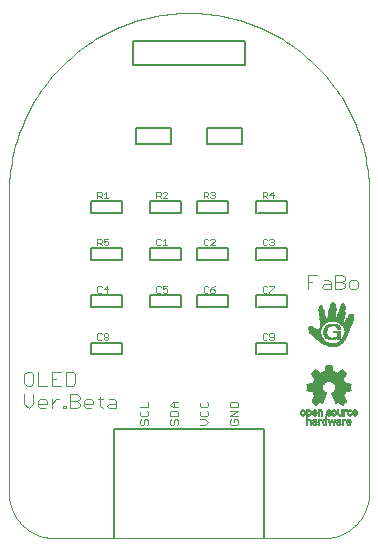
<source format=gto>
G75*
%MOIN*%
%OFA0B0*%
%FSLAX25Y25*%
%IPPOS*%
%LPD*%
%AMOC8*
5,1,8,0,0,1.08239X$1,22.5*
%
%ADD10C,0.00400*%
%ADD11C,0.00500*%
%ADD12C,0.00200*%
%ADD13C,0.00000*%
%ADD14C,0.00300*%
%ADD15R,0.00770X0.00035*%
%ADD16R,0.01400X0.00035*%
%ADD17R,0.01855X0.00035*%
%ADD18R,0.02170X0.00035*%
%ADD19R,0.02485X0.00035*%
%ADD20R,0.02765X0.00035*%
%ADD21R,0.02975X0.00035*%
%ADD22R,0.03220X0.00035*%
%ADD23R,0.03395X0.00035*%
%ADD24R,0.03605X0.00035*%
%ADD25R,0.03780X0.00035*%
%ADD26R,0.03955X0.00035*%
%ADD27R,0.04130X0.00035*%
%ADD28R,0.04270X0.00035*%
%ADD29R,0.04375X0.00035*%
%ADD30R,0.04550X0.00035*%
%ADD31R,0.04690X0.00035*%
%ADD32R,0.04865X0.00035*%
%ADD33R,0.04970X0.00035*%
%ADD34R,0.05110X0.00035*%
%ADD35R,0.05215X0.00035*%
%ADD36R,0.05355X0.00035*%
%ADD37R,0.05460X0.00035*%
%ADD38R,0.05600X0.00035*%
%ADD39R,0.05705X0.00035*%
%ADD40R,0.05810X0.00035*%
%ADD41R,0.05915X0.00035*%
%ADD42R,0.06055X0.00035*%
%ADD43R,0.06160X0.00035*%
%ADD44R,0.06265X0.00035*%
%ADD45R,0.06335X0.00035*%
%ADD46R,0.06440X0.00035*%
%ADD47R,0.06545X0.00035*%
%ADD48R,0.03080X0.00035*%
%ADD49R,0.02660X0.00035*%
%ADD50R,0.02870X0.00035*%
%ADD51R,0.02415X0.00035*%
%ADD52R,0.02730X0.00035*%
%ADD53R,0.02310X0.00035*%
%ADD54R,0.02695X0.00035*%
%ADD55R,0.02170X0.00035*%
%ADD56R,0.02590X0.00035*%
%ADD57R,0.02100X0.00035*%
%ADD58R,0.02520X0.00035*%
%ADD59R,0.02030X0.00035*%
%ADD60R,0.02450X0.00035*%
%ADD61R,0.01960X0.00035*%
%ADD62R,0.01890X0.00035*%
%ADD63R,0.02380X0.00035*%
%ADD64R,0.01785X0.00035*%
%ADD65R,0.01750X0.00035*%
%ADD66R,0.01715X0.00035*%
%ADD67R,0.02275X0.00035*%
%ADD68R,0.01645X0.00035*%
%ADD69R,0.02240X0.00035*%
%ADD70R,0.01610X0.00035*%
%ADD71R,0.02240X0.00035*%
%ADD72R,0.01575X0.00035*%
%ADD73R,0.01540X0.00035*%
%ADD74R,0.02205X0.00035*%
%ADD75R,0.01505X0.00035*%
%ADD76R,0.01470X0.00035*%
%ADD77R,0.01435X0.00035*%
%ADD78R,0.01365X0.00035*%
%ADD79R,0.01330X0.00035*%
%ADD80R,0.01295X0.00035*%
%ADD81R,0.01295X0.00035*%
%ADD82R,0.01260X0.00035*%
%ADD83R,0.01190X0.00035*%
%ADD84R,0.01225X0.00035*%
%ADD85R,0.00385X0.00035*%
%ADD86R,0.00980X0.00035*%
%ADD87R,0.01155X0.00035*%
%ADD88R,0.01645X0.00035*%
%ADD89R,0.01015X0.00035*%
%ADD90R,0.01050X0.00035*%
%ADD91R,0.02345X0.00035*%
%ADD92R,0.01085X0.00035*%
%ADD93R,0.02905X0.00035*%
%ADD94R,0.03045X0.00035*%
%ADD95R,0.01120X0.00035*%
%ADD96R,0.02345X0.00035*%
%ADD97R,0.03255X0.00035*%
%ADD98R,0.01120X0.00035*%
%ADD99R,0.03500X0.00035*%
%ADD100R,0.02415X0.00035*%
%ADD101R,0.03640X0.00035*%
%ADD102R,0.04900X0.00035*%
%ADD103R,0.04935X0.00035*%
%ADD104R,0.05005X0.00035*%
%ADD105R,0.01680X0.00035*%
%ADD106R,0.02065X0.00035*%
%ADD107R,0.02555X0.00035*%
%ADD108R,0.02590X0.00035*%
%ADD109R,0.02625X0.00035*%
%ADD110R,0.02695X0.00035*%
%ADD111R,0.01470X0.00035*%
%ADD112R,0.02765X0.00035*%
%ADD113R,0.02800X0.00035*%
%ADD114R,0.02835X0.00035*%
%ADD115R,0.01365X0.00035*%
%ADD116R,0.02940X0.00035*%
%ADD117R,0.03010X0.00035*%
%ADD118R,0.03045X0.00035*%
%ADD119R,0.03115X0.00035*%
%ADD120R,0.03150X0.00035*%
%ADD121R,0.03185X0.00035*%
%ADD122R,0.03220X0.00035*%
%ADD123R,0.01190X0.00035*%
%ADD124R,0.03290X0.00035*%
%ADD125R,0.03325X0.00035*%
%ADD126R,0.03360X0.00035*%
%ADD127R,0.03430X0.00035*%
%ADD128R,0.03465X0.00035*%
%ADD129R,0.03535X0.00035*%
%ADD130R,0.03570X0.00035*%
%ADD131R,0.03675X0.00035*%
%ADD132R,0.03710X0.00035*%
%ADD133R,0.03745X0.00035*%
%ADD134R,0.03815X0.00035*%
%ADD135R,0.03850X0.00035*%
%ADD136R,0.03885X0.00035*%
%ADD137R,0.03920X0.00035*%
%ADD138R,0.03990X0.00035*%
%ADD139R,0.04025X0.00035*%
%ADD140R,0.02870X0.00035*%
%ADD141R,0.04095X0.00035*%
%ADD142R,0.04165X0.00035*%
%ADD143R,0.04200X0.00035*%
%ADD144R,0.04235X0.00035*%
%ADD145R,0.04270X0.00035*%
%ADD146R,0.01820X0.00035*%
%ADD147R,0.04305X0.00035*%
%ADD148R,0.04340X0.00035*%
%ADD149R,0.01925X0.00035*%
%ADD150R,0.04410X0.00035*%
%ADD151R,0.00945X0.00035*%
%ADD152R,0.00875X0.00035*%
%ADD153R,0.00840X0.00035*%
%ADD154R,0.02135X0.00035*%
%ADD155R,0.00805X0.00035*%
%ADD156R,0.00735X0.00035*%
%ADD157R,0.01995X0.00035*%
%ADD158R,0.02520X0.00035*%
%ADD159R,0.01540X0.00035*%
%ADD160R,0.00770X0.00035*%
%ADD161R,0.00665X0.00035*%
%ADD162R,0.00420X0.00035*%
%ADD163R,0.00910X0.00035*%
%ADD164R,0.04060X0.00035*%
%ADD165R,0.01015X0.00035*%
%ADD166R,0.03115X0.00035*%
%ADD167R,0.03395X0.00035*%
%ADD168R,0.03745X0.00035*%
%ADD169R,0.04340X0.00035*%
%ADD170R,0.04480X0.00035*%
%ADD171R,0.02065X0.00035*%
%ADD172R,0.04515X0.00035*%
%ADD173R,0.04585X0.00035*%
%ADD174R,0.04760X0.00035*%
%ADD175R,0.04830X0.00035*%
%ADD176R,0.07805X0.00035*%
%ADD177R,0.07840X0.00035*%
%ADD178R,0.07875X0.00035*%
%ADD179R,0.07910X0.00035*%
%ADD180R,0.07945X0.00035*%
%ADD181R,0.07980X0.00035*%
%ADD182R,0.08015X0.00035*%
%ADD183R,0.08050X0.00035*%
%ADD184R,0.05635X0.00035*%
%ADD185R,0.01995X0.00035*%
%ADD186R,0.01890X0.00035*%
%ADD187R,0.01715X0.00035*%
%ADD188R,0.00945X0.00035*%
%ADD189R,0.00560X0.00035*%
%ADD190R,0.01820X0.00035*%
%ADD191R,0.00700X0.00035*%
%ADD192R,0.00630X0.00035*%
%ADD193R,0.00525X0.00035*%
%ADD194R,0.00175X0.00035*%
%ADD195R,0.00595X0.00035*%
%ADD196R,0.00490X0.00035*%
%ADD197R,0.00210X0.00035*%
%ADD198R,0.00490X0.00035*%
%ADD199R,0.00315X0.00035*%
%ADD200R,0.00520X0.00040*%
%ADD201R,0.00520X0.00040*%
%ADD202R,0.00760X0.00040*%
%ADD203R,0.00640X0.00040*%
%ADD204R,0.00440X0.00040*%
%ADD205R,0.00480X0.00040*%
%ADD206R,0.00520X0.00040*%
%ADD207R,0.00520X0.00040*%
%ADD208R,0.01400X0.00040*%
%ADD209R,0.00800X0.00040*%
%ADD210R,0.00480X0.00040*%
%ADD211R,0.00960X0.00040*%
%ADD212R,0.01440X0.00040*%
%ADD213R,0.01080X0.00040*%
%ADD214R,0.01520X0.00040*%
%ADD215R,0.01440X0.00040*%
%ADD216R,0.00560X0.00040*%
%ADD217R,0.01480X0.00040*%
%ADD218R,0.01200X0.00040*%
%ADD219R,0.01560X0.00040*%
%ADD220R,0.01320X0.00040*%
%ADD221R,0.01560X0.00040*%
%ADD222R,0.01520X0.00040*%
%ADD223R,0.00600X0.00040*%
%ADD224R,0.00560X0.00040*%
%ADD225R,0.01400X0.00040*%
%ADD226R,0.01600X0.00040*%
%ADD227R,0.00600X0.00040*%
%ADD228R,0.00640X0.00040*%
%ADD229R,0.01640X0.00040*%
%ADD230R,0.00680X0.00040*%
%ADD231R,0.01680X0.00040*%
%ADD232R,0.01680X0.00040*%
%ADD233R,0.01640X0.00040*%
%ADD234R,0.00720X0.00040*%
%ADD235R,0.01480X0.00040*%
%ADD236R,0.00760X0.00040*%
%ADD237R,0.00720X0.00040*%
%ADD238R,0.00640X0.00040*%
%ADD239R,0.00360X0.00040*%
%ADD240R,0.00240X0.00040*%
%ADD241R,0.00160X0.00040*%
%ADD242R,0.00840X0.00040*%
%ADD243R,0.00080X0.00040*%
%ADD244R,0.00880X0.00040*%
%ADD245R,0.00920X0.00040*%
%ADD246R,0.00960X0.00040*%
%ADD247R,0.01640X0.00040*%
%ADD248R,0.01760X0.00040*%
%ADD249R,0.00440X0.00040*%
%ADD250R,0.01000X0.00040*%
%ADD251R,0.01760X0.00040*%
%ADD252R,0.00440X0.00040*%
%ADD253R,0.01320X0.00040*%
%ADD254R,0.01200X0.00040*%
%ADD255R,0.00920X0.00040*%
%ADD256R,0.00840X0.00040*%
%ADD257R,0.00800X0.00040*%
%ADD258R,0.00080X0.00040*%
%ADD259R,0.00120X0.00040*%
%ADD260R,0.00240X0.00040*%
%ADD261R,0.00720X0.00040*%
%ADD262R,0.00200X0.00040*%
%ADD263R,0.00400X0.00040*%
%ADD264R,0.01240X0.00040*%
%ADD265R,0.01640X0.00040*%
%ADD266R,0.01440X0.00040*%
%ADD267R,0.01280X0.00040*%
%ADD268R,0.01520X0.00040*%
%ADD269R,0.01280X0.00040*%
%ADD270R,0.01520X0.00040*%
%ADD271R,0.01360X0.00040*%
%ADD272R,0.01440X0.00040*%
%ADD273R,0.01240X0.00040*%
%ADD274R,0.01120X0.00040*%
%ADD275R,0.01240X0.00040*%
%ADD276R,0.01040X0.00040*%
%ADD277R,0.00840X0.00040*%
%ADD278R,0.00440X0.00040*%
%ADD279R,0.00400X0.00040*%
%ADD280R,0.00320X0.00040*%
%ADD281R,0.00920X0.00040*%
%ADD282R,0.01040X0.00040*%
%ADD283R,0.01000X0.00040*%
%ADD284R,0.01080X0.00040*%
%ADD285R,0.01160X0.00040*%
%ADD286R,0.01040X0.00040*%
%ADD287R,0.01160X0.00040*%
%ADD288R,0.01600X0.00040*%
%ADD289R,0.01720X0.00040*%
%ADD290R,0.01720X0.00040*%
%ADD291R,0.00640X0.00040*%
%ADD292R,0.00680X0.00040*%
%ADD293R,0.00360X0.00040*%
%ADD294R,0.00280X0.00040*%
%ADD295R,0.00120X0.00040*%
%ADD296R,0.00040X0.00040*%
%ADD297R,0.00040X0.00040*%
%ADD298R,0.01320X0.00040*%
%ADD299R,0.00280X0.00040*%
%ADD300R,0.00320X0.00040*%
%ADD301R,0.01320X0.00040*%
%ADD302R,0.01120X0.00040*%
%ADD303R,0.01120X0.00040*%
%ADD304R,0.01800X0.00040*%
%ADD305R,0.01920X0.00040*%
%ADD306R,0.01920X0.00040*%
%ADD307R,0.02000X0.00040*%
%ADD308R,0.02120X0.00040*%
%ADD309R,0.02200X0.00040*%
%ADD310R,0.02320X0.00040*%
%ADD311R,0.02400X0.00040*%
%ADD312R,0.02520X0.00040*%
%ADD313R,0.02600X0.00040*%
%ADD314R,0.00880X0.00040*%
%ADD315R,0.03680X0.00040*%
%ADD316R,0.03720X0.00040*%
%ADD317R,0.03800X0.00040*%
%ADD318R,0.03840X0.00040*%
%ADD319R,0.03840X0.00040*%
%ADD320R,0.03920X0.00040*%
%ADD321R,0.03960X0.00040*%
%ADD322R,0.04000X0.00040*%
%ADD323R,0.04080X0.00040*%
%ADD324R,0.04120X0.00040*%
%ADD325R,0.04160X0.00040*%
%ADD326R,0.04200X0.00040*%
%ADD327R,0.04200X0.00040*%
%ADD328R,0.04160X0.00040*%
%ADD329R,0.04120X0.00040*%
%ADD330R,0.04080X0.00040*%
%ADD331R,0.04040X0.00040*%
%ADD332R,0.04040X0.00040*%
%ADD333R,0.04040X0.00040*%
%ADD334R,0.04040X0.00040*%
%ADD335R,0.03960X0.00040*%
%ADD336R,0.03920X0.00040*%
%ADD337R,0.03920X0.00040*%
%ADD338R,0.03880X0.00040*%
%ADD339R,0.03920X0.00040*%
%ADD340R,0.03880X0.00040*%
%ADD341R,0.03800X0.00040*%
%ADD342R,0.04240X0.00040*%
%ADD343R,0.04240X0.00040*%
%ADD344R,0.04280X0.00040*%
%ADD345R,0.04360X0.00040*%
%ADD346R,0.04400X0.00040*%
%ADD347R,0.04440X0.00040*%
%ADD348R,0.04520X0.00040*%
%ADD349R,0.04520X0.00040*%
%ADD350R,0.04520X0.00040*%
%ADD351R,0.04520X0.00040*%
%ADD352R,0.04480X0.00040*%
%ADD353R,0.04440X0.00040*%
%ADD354R,0.04400X0.00040*%
%ADD355R,0.04360X0.00040*%
%ADD356R,0.04320X0.00040*%
%ADD357R,0.04240X0.00040*%
%ADD358R,0.04320X0.00040*%
%ADD359R,0.04320X0.00040*%
%ADD360R,0.04560X0.00040*%
%ADD361R,0.04720X0.00040*%
%ADD362R,0.04920X0.00040*%
%ADD363R,0.04920X0.00040*%
%ADD364R,0.05080X0.00040*%
%ADD365R,0.05240X0.00040*%
%ADD366R,0.05240X0.00040*%
%ADD367R,0.05480X0.00040*%
%ADD368R,0.05640X0.00040*%
%ADD369R,0.05640X0.00040*%
%ADD370R,0.05680X0.00040*%
%ADD371R,0.05640X0.00040*%
%ADD372R,0.05600X0.00040*%
%ADD373R,0.05600X0.00040*%
%ADD374R,0.05560X0.00040*%
%ADD375R,0.05520X0.00040*%
%ADD376R,0.05520X0.00040*%
%ADD377R,0.05480X0.00040*%
%ADD378R,0.05440X0.00040*%
%ADD379R,0.05440X0.00040*%
%ADD380R,0.05560X0.00040*%
%ADD381R,0.05680X0.00040*%
%ADD382R,0.05440X0.00040*%
%ADD383R,0.05280X0.00040*%
%ADD384R,0.04920X0.00040*%
%ADD385R,0.04600X0.00040*%
%ADD386R,0.04840X0.00040*%
%ADD387R,0.10440X0.00040*%
%ADD388R,0.10360X0.00040*%
%ADD389R,0.10360X0.00040*%
%ADD390R,0.10280X0.00040*%
%ADD391R,0.10200X0.00040*%
%ADD392R,0.10200X0.00040*%
%ADD393R,0.10120X0.00040*%
%ADD394R,0.10040X0.00040*%
%ADD395R,0.10040X0.00040*%
%ADD396R,0.09960X0.00040*%
%ADD397R,0.09880X0.00040*%
%ADD398R,0.09880X0.00040*%
%ADD399R,0.09800X0.00040*%
%ADD400R,0.09720X0.00040*%
%ADD401R,0.09720X0.00040*%
%ADD402R,0.10280X0.00040*%
%ADD403R,0.10520X0.00040*%
%ADD404R,0.10520X0.00040*%
%ADD405R,0.10600X0.00040*%
%ADD406R,0.10680X0.00040*%
%ADD407R,0.10760X0.00040*%
%ADD408R,0.10840X0.00040*%
%ADD409R,0.10920X0.00040*%
%ADD410R,0.11000X0.00040*%
%ADD411R,0.11080X0.00040*%
%ADD412R,0.11080X0.00040*%
%ADD413R,0.11160X0.00040*%
%ADD414R,0.11240X0.00040*%
%ADD415R,0.11320X0.00040*%
%ADD416R,0.11400X0.00040*%
%ADD417R,0.11400X0.00040*%
%ADD418R,0.11480X0.00040*%
%ADD419R,0.11560X0.00040*%
%ADD420R,0.11640X0.00040*%
%ADD421R,0.11640X0.00040*%
%ADD422R,0.11720X0.00040*%
%ADD423R,0.11800X0.00040*%
%ADD424R,0.11880X0.00040*%
%ADD425R,0.11880X0.00040*%
%ADD426R,0.11960X0.00040*%
%ADD427R,0.11720X0.00040*%
%ADD428R,0.11320X0.00040*%
%ADD429R,0.02760X0.00040*%
%ADD430R,0.05400X0.00040*%
%ADD431R,0.02640X0.00040*%
%ADD432R,0.05160X0.00040*%
%ADD433R,0.02560X0.00040*%
%ADD434R,0.05000X0.00040*%
%ADD435R,0.02440X0.00040*%
%ADD436R,0.04760X0.00040*%
%ADD437R,0.02440X0.00040*%
%ADD438R,0.02360X0.00040*%
%ADD439R,0.04600X0.00040*%
%ADD440R,0.02280X0.00040*%
%ADD441R,0.02240X0.00040*%
%ADD442R,0.02160X0.00040*%
%ADD443R,0.02080X0.00040*%
%ADD444R,0.01960X0.00040*%
%ADD445R,0.01880X0.00040*%
%ADD446R,0.03640X0.00040*%
%ADD447R,0.03400X0.00040*%
%ADD448R,0.03240X0.00040*%
%ADD449R,0.03000X0.00040*%
%ADD450R,0.02920X0.00040*%
%ADD451R,0.01360X0.00040*%
%ADD452R,0.02840X0.00040*%
%ADD453R,0.02840X0.00040*%
%ADD454R,0.02760X0.00040*%
%ADD455R,0.02680X0.00040*%
%ADD456R,0.02680X0.00040*%
%ADD457R,0.02600X0.00040*%
%ADD458R,0.02520X0.00040*%
%ADD459R,0.02520X0.00040*%
%ADD460R,0.02440X0.00040*%
%ADD461R,0.02360X0.00040*%
%ADD462R,0.02280X0.00040*%
%ADD463R,0.02200X0.00040*%
%ADD464R,0.02120X0.00040*%
D10*
X0007617Y0044933D02*
X0009151Y0046468D01*
X0009151Y0049537D01*
X0010686Y0047235D02*
X0011453Y0048002D01*
X0012988Y0048002D01*
X0013755Y0047235D01*
X0013755Y0046468D01*
X0010686Y0046468D01*
X0010686Y0047235D02*
X0010686Y0045700D01*
X0011453Y0044933D01*
X0012988Y0044933D01*
X0015290Y0044933D02*
X0015290Y0048002D01*
X0015290Y0046468D02*
X0016824Y0048002D01*
X0017592Y0048002D01*
X0019126Y0045700D02*
X0019894Y0045700D01*
X0019894Y0044933D01*
X0019126Y0044933D01*
X0019126Y0045700D01*
X0021428Y0044933D02*
X0021428Y0049537D01*
X0023730Y0049537D01*
X0024498Y0048770D01*
X0024498Y0048002D01*
X0023730Y0047235D01*
X0021428Y0047235D01*
X0021428Y0044933D02*
X0023730Y0044933D01*
X0024498Y0045700D01*
X0024498Y0046468D01*
X0023730Y0047235D01*
X0026032Y0047235D02*
X0026032Y0045700D01*
X0026800Y0044933D01*
X0028334Y0044933D01*
X0029102Y0046468D02*
X0026032Y0046468D01*
X0026032Y0047235D02*
X0026800Y0048002D01*
X0028334Y0048002D01*
X0029102Y0047235D01*
X0029102Y0046468D01*
X0030636Y0048002D02*
X0032171Y0048002D01*
X0031403Y0048770D02*
X0031403Y0045700D01*
X0032171Y0044933D01*
X0033705Y0045700D02*
X0034473Y0046468D01*
X0036775Y0046468D01*
X0036775Y0047235D02*
X0036775Y0044933D01*
X0034473Y0044933D01*
X0033705Y0045700D01*
X0034473Y0048002D02*
X0036007Y0048002D01*
X0036775Y0047235D01*
X0022963Y0053200D02*
X0022963Y0056270D01*
X0022196Y0057037D01*
X0019894Y0057037D01*
X0019894Y0052433D01*
X0022196Y0052433D01*
X0022963Y0053200D01*
X0018359Y0052433D02*
X0015290Y0052433D01*
X0015290Y0057037D01*
X0018359Y0057037D01*
X0016824Y0054735D02*
X0015290Y0054735D01*
X0013755Y0052433D02*
X0010686Y0052433D01*
X0010686Y0057037D01*
X0009151Y0056270D02*
X0008384Y0057037D01*
X0006849Y0057037D01*
X0006082Y0056270D01*
X0006082Y0053200D01*
X0006849Y0052433D01*
X0008384Y0052433D01*
X0009151Y0053200D01*
X0009151Y0056270D01*
X0006082Y0049537D02*
X0006082Y0046468D01*
X0007617Y0044933D01*
X0100570Y0084677D02*
X0100570Y0089281D01*
X0103639Y0089281D01*
X0102105Y0086979D02*
X0100570Y0086979D01*
X0105174Y0085444D02*
X0105941Y0084677D01*
X0108243Y0084677D01*
X0108243Y0086979D01*
X0107476Y0087746D01*
X0105941Y0087746D01*
X0105941Y0086212D02*
X0108243Y0086212D01*
X0109778Y0086979D02*
X0112080Y0086979D01*
X0112847Y0086212D01*
X0112847Y0085444D01*
X0112080Y0084677D01*
X0109778Y0084677D01*
X0109778Y0089281D01*
X0112080Y0089281D01*
X0112847Y0088514D01*
X0112847Y0087746D01*
X0112080Y0086979D01*
X0114382Y0086979D02*
X0114382Y0085444D01*
X0115149Y0084677D01*
X0116684Y0084677D01*
X0117451Y0085444D01*
X0117451Y0086979D01*
X0116684Y0087746D01*
X0115149Y0087746D01*
X0114382Y0086979D01*
X0105941Y0086212D02*
X0105174Y0085444D01*
D11*
X0093677Y0082509D02*
X0093677Y0078572D01*
X0083835Y0078572D01*
X0083441Y0078572D02*
X0083441Y0082509D01*
X0093677Y0082509D01*
X0093677Y0094320D02*
X0093677Y0098257D01*
X0083441Y0098257D01*
X0083441Y0094320D01*
X0083835Y0094320D02*
X0093677Y0094320D01*
X0093677Y0110068D02*
X0083835Y0110068D01*
X0083441Y0110068D02*
X0083441Y0114005D01*
X0093677Y0114005D01*
X0093677Y0110068D01*
X0078520Y0133099D02*
X0078520Y0138217D01*
X0067102Y0138217D01*
X0067102Y0133099D01*
X0078520Y0133099D01*
X0073992Y0114005D02*
X0063756Y0114005D01*
X0063756Y0110068D01*
X0064150Y0110068D02*
X0073992Y0110068D01*
X0073992Y0114005D01*
X0073992Y0098257D02*
X0063756Y0098257D01*
X0063756Y0094320D01*
X0064150Y0094320D02*
X0073992Y0094320D01*
X0073992Y0098257D01*
X0073992Y0082509D02*
X0063756Y0082509D01*
X0063756Y0078572D01*
X0064150Y0078572D02*
X0073992Y0078572D01*
X0073992Y0082509D01*
X0083441Y0066761D02*
X0083441Y0062824D01*
X0083835Y0062824D02*
X0093677Y0062824D01*
X0093677Y0066761D01*
X0083441Y0066761D01*
X0086000Y0037853D02*
X0036000Y0037853D01*
X0036000Y0001603D01*
X0038559Y0062824D02*
X0028717Y0062824D01*
X0028323Y0062824D02*
X0028323Y0066761D01*
X0038559Y0066761D01*
X0038559Y0062824D01*
X0038559Y0078572D02*
X0028717Y0078572D01*
X0028323Y0078572D02*
X0028323Y0082509D01*
X0038559Y0082509D01*
X0038559Y0078572D01*
X0048008Y0078572D02*
X0048008Y0082509D01*
X0058244Y0082509D01*
X0058244Y0078572D01*
X0048402Y0078572D01*
X0048402Y0094320D02*
X0058244Y0094320D01*
X0058244Y0098257D01*
X0048008Y0098257D01*
X0048008Y0094320D01*
X0038559Y0094320D02*
X0038559Y0098257D01*
X0028323Y0098257D01*
X0028323Y0094320D01*
X0028717Y0094320D02*
X0038559Y0094320D01*
X0038559Y0110068D02*
X0028717Y0110068D01*
X0028323Y0110068D02*
X0028323Y0114005D01*
X0038559Y0114005D01*
X0038559Y0110068D01*
X0048008Y0110068D02*
X0048008Y0114005D01*
X0058244Y0114005D01*
X0058244Y0110068D01*
X0048402Y0110068D01*
X0043480Y0133099D02*
X0043480Y0138217D01*
X0054898Y0138217D01*
X0054898Y0133099D01*
X0043480Y0133099D01*
X0042299Y0159280D02*
X0079701Y0159280D01*
X0079701Y0167154D01*
X0042299Y0167154D01*
X0042299Y0159280D01*
X0086000Y0037853D02*
X0086000Y0001603D01*
D12*
X0085908Y0067648D02*
X0086642Y0067648D01*
X0087009Y0068015D01*
X0087751Y0068015D02*
X0088118Y0067648D01*
X0088852Y0067648D01*
X0089219Y0068015D01*
X0089219Y0069483D01*
X0088852Y0069850D01*
X0088118Y0069850D01*
X0087751Y0069483D01*
X0087751Y0069116D01*
X0088118Y0068749D01*
X0089219Y0068749D01*
X0087009Y0069483D02*
X0086642Y0069850D01*
X0085908Y0069850D01*
X0085541Y0069483D01*
X0085541Y0068015D01*
X0085908Y0067648D01*
X0085908Y0083396D02*
X0086642Y0083396D01*
X0087009Y0083763D01*
X0087751Y0083763D02*
X0087751Y0083396D01*
X0087751Y0083763D02*
X0089219Y0085231D01*
X0089219Y0085598D01*
X0087751Y0085598D01*
X0087009Y0085231D02*
X0086642Y0085598D01*
X0085908Y0085598D01*
X0085541Y0085231D01*
X0085541Y0083763D01*
X0085908Y0083396D01*
X0085908Y0099144D02*
X0086642Y0099144D01*
X0087009Y0099511D01*
X0087751Y0099511D02*
X0088118Y0099144D01*
X0088852Y0099144D01*
X0089219Y0099511D01*
X0089219Y0099878D01*
X0088852Y0100245D01*
X0088485Y0100245D01*
X0088852Y0100245D02*
X0089219Y0100612D01*
X0089219Y0100979D01*
X0088852Y0101346D01*
X0088118Y0101346D01*
X0087751Y0100979D01*
X0087009Y0100979D02*
X0086642Y0101346D01*
X0085908Y0101346D01*
X0085541Y0100979D01*
X0085541Y0099511D01*
X0085908Y0099144D01*
X0085541Y0114892D02*
X0085541Y0117094D01*
X0086642Y0117094D01*
X0087009Y0116727D01*
X0087009Y0115993D01*
X0086642Y0115626D01*
X0085541Y0115626D01*
X0086275Y0115626D02*
X0087009Y0114892D01*
X0087751Y0115993D02*
X0089219Y0115993D01*
X0088852Y0114892D02*
X0088852Y0117094D01*
X0087751Y0115993D01*
X0069534Y0115626D02*
X0069534Y0115259D01*
X0069167Y0114892D01*
X0068433Y0114892D01*
X0068066Y0115259D01*
X0067324Y0114892D02*
X0066590Y0115626D01*
X0066957Y0115626D02*
X0065856Y0115626D01*
X0065856Y0114892D02*
X0065856Y0117094D01*
X0066957Y0117094D01*
X0067324Y0116727D01*
X0067324Y0115993D01*
X0066957Y0115626D01*
X0068066Y0116727D02*
X0068433Y0117094D01*
X0069167Y0117094D01*
X0069534Y0116727D01*
X0069534Y0116360D01*
X0069167Y0115993D01*
X0069534Y0115626D01*
X0069167Y0115993D02*
X0068800Y0115993D01*
X0069167Y0101346D02*
X0068433Y0101346D01*
X0068066Y0100979D01*
X0067324Y0100979D02*
X0066957Y0101346D01*
X0066223Y0101346D01*
X0065856Y0100979D01*
X0065856Y0099511D01*
X0066223Y0099144D01*
X0066957Y0099144D01*
X0067324Y0099511D01*
X0068066Y0099144D02*
X0069534Y0100612D01*
X0069534Y0100979D01*
X0069167Y0101346D01*
X0069534Y0099144D02*
X0068066Y0099144D01*
X0066957Y0085598D02*
X0066223Y0085598D01*
X0065856Y0085231D01*
X0065856Y0083763D01*
X0066223Y0083396D01*
X0066957Y0083396D01*
X0067324Y0083763D01*
X0068066Y0083763D02*
X0068433Y0083396D01*
X0069167Y0083396D01*
X0069534Y0083763D01*
X0069534Y0084130D01*
X0069167Y0084497D01*
X0068066Y0084497D01*
X0068066Y0083763D01*
X0068066Y0084497D02*
X0068800Y0085231D01*
X0069534Y0085598D01*
X0067324Y0085231D02*
X0066957Y0085598D01*
X0053786Y0085598D02*
X0052318Y0085598D01*
X0052318Y0084497D01*
X0053052Y0084864D01*
X0053419Y0084864D01*
X0053786Y0084497D01*
X0053786Y0083763D01*
X0053419Y0083396D01*
X0052685Y0083396D01*
X0052318Y0083763D01*
X0051576Y0083763D02*
X0051209Y0083396D01*
X0050475Y0083396D01*
X0050108Y0083763D01*
X0050108Y0085231D01*
X0050475Y0085598D01*
X0051209Y0085598D01*
X0051576Y0085231D01*
X0051209Y0099144D02*
X0051576Y0099511D01*
X0051209Y0099144D02*
X0050475Y0099144D01*
X0050108Y0099511D01*
X0050108Y0100979D01*
X0050475Y0101346D01*
X0051209Y0101346D01*
X0051576Y0100979D01*
X0052318Y0100612D02*
X0053052Y0101346D01*
X0053052Y0099144D01*
X0052318Y0099144D02*
X0053786Y0099144D01*
X0053786Y0114892D02*
X0052318Y0114892D01*
X0053786Y0116360D01*
X0053786Y0116727D01*
X0053419Y0117094D01*
X0052685Y0117094D01*
X0052318Y0116727D01*
X0051576Y0116727D02*
X0051576Y0115993D01*
X0051209Y0115626D01*
X0050108Y0115626D01*
X0050842Y0115626D02*
X0051576Y0114892D01*
X0050108Y0114892D02*
X0050108Y0117094D01*
X0051209Y0117094D01*
X0051576Y0116727D01*
X0034101Y0114892D02*
X0032633Y0114892D01*
X0033367Y0114892D02*
X0033367Y0117094D01*
X0032633Y0116360D01*
X0031891Y0115993D02*
X0031524Y0115626D01*
X0030423Y0115626D01*
X0031157Y0115626D02*
X0031891Y0114892D01*
X0031891Y0115993D02*
X0031891Y0116727D01*
X0031524Y0117094D01*
X0030423Y0117094D01*
X0030423Y0114892D01*
X0030423Y0101346D02*
X0031524Y0101346D01*
X0031891Y0100979D01*
X0031891Y0100245D01*
X0031524Y0099878D01*
X0030423Y0099878D01*
X0031157Y0099878D02*
X0031891Y0099144D01*
X0032633Y0099511D02*
X0033000Y0099144D01*
X0033734Y0099144D01*
X0034101Y0099511D01*
X0034101Y0100245D01*
X0033734Y0100612D01*
X0033367Y0100612D01*
X0032633Y0100245D01*
X0032633Y0101346D01*
X0034101Y0101346D01*
X0030423Y0101346D02*
X0030423Y0099144D01*
X0030790Y0085598D02*
X0030423Y0085231D01*
X0030423Y0083763D01*
X0030790Y0083396D01*
X0031524Y0083396D01*
X0031891Y0083763D01*
X0032633Y0084497D02*
X0034101Y0084497D01*
X0033734Y0083396D02*
X0033734Y0085598D01*
X0032633Y0084497D01*
X0031891Y0085231D02*
X0031524Y0085598D01*
X0030790Y0085598D01*
X0030790Y0069850D02*
X0030423Y0069483D01*
X0030423Y0068015D01*
X0030790Y0067648D01*
X0031524Y0067648D01*
X0031891Y0068015D01*
X0032633Y0068015D02*
X0032633Y0068382D01*
X0033000Y0068749D01*
X0033734Y0068749D01*
X0034101Y0068382D01*
X0034101Y0068015D01*
X0033734Y0067648D01*
X0033000Y0067648D01*
X0032633Y0068015D01*
X0033000Y0068749D02*
X0032633Y0069116D01*
X0032633Y0069483D01*
X0033000Y0069850D01*
X0033734Y0069850D01*
X0034101Y0069483D01*
X0034101Y0069116D01*
X0033734Y0068749D01*
X0031891Y0069483D02*
X0031524Y0069850D01*
X0030790Y0069850D01*
D13*
X0001000Y0116603D02*
X0001000Y0016603D01*
X0001004Y0016241D01*
X0001018Y0015878D01*
X0001039Y0015516D01*
X0001070Y0015155D01*
X0001109Y0014795D01*
X0001157Y0014436D01*
X0001214Y0014078D01*
X0001279Y0013721D01*
X0001353Y0013366D01*
X0001436Y0013013D01*
X0001527Y0012662D01*
X0001626Y0012314D01*
X0001734Y0011968D01*
X0001850Y0011624D01*
X0001975Y0011284D01*
X0002107Y0010947D01*
X0002248Y0010613D01*
X0002397Y0010282D01*
X0002554Y0009955D01*
X0002718Y0009632D01*
X0002890Y0009313D01*
X0003070Y0008999D01*
X0003258Y0008688D01*
X0003453Y0008383D01*
X0003655Y0008082D01*
X0003865Y0007786D01*
X0004081Y0007496D01*
X0004305Y0007210D01*
X0004535Y0006930D01*
X0004772Y0006656D01*
X0005016Y0006388D01*
X0005266Y0006125D01*
X0005522Y0005869D01*
X0005785Y0005619D01*
X0006053Y0005375D01*
X0006327Y0005138D01*
X0006607Y0004908D01*
X0006893Y0004684D01*
X0007183Y0004468D01*
X0007479Y0004258D01*
X0007780Y0004056D01*
X0008085Y0003861D01*
X0008396Y0003673D01*
X0008710Y0003493D01*
X0009029Y0003321D01*
X0009352Y0003157D01*
X0009679Y0003000D01*
X0010010Y0002851D01*
X0010344Y0002710D01*
X0010681Y0002578D01*
X0011021Y0002453D01*
X0011365Y0002337D01*
X0011711Y0002229D01*
X0012059Y0002130D01*
X0012410Y0002039D01*
X0012763Y0001956D01*
X0013118Y0001882D01*
X0013475Y0001817D01*
X0013833Y0001760D01*
X0014192Y0001712D01*
X0014552Y0001673D01*
X0014913Y0001642D01*
X0015275Y0001621D01*
X0015638Y0001607D01*
X0016000Y0001603D01*
X0106000Y0001603D01*
X0106362Y0001607D01*
X0106725Y0001621D01*
X0107087Y0001642D01*
X0107448Y0001673D01*
X0107808Y0001712D01*
X0108167Y0001760D01*
X0108525Y0001817D01*
X0108882Y0001882D01*
X0109237Y0001956D01*
X0109590Y0002039D01*
X0109941Y0002130D01*
X0110289Y0002229D01*
X0110635Y0002337D01*
X0110979Y0002453D01*
X0111319Y0002578D01*
X0111656Y0002710D01*
X0111990Y0002851D01*
X0112321Y0003000D01*
X0112648Y0003157D01*
X0112971Y0003321D01*
X0113290Y0003493D01*
X0113604Y0003673D01*
X0113915Y0003861D01*
X0114220Y0004056D01*
X0114521Y0004258D01*
X0114817Y0004468D01*
X0115107Y0004684D01*
X0115393Y0004908D01*
X0115673Y0005138D01*
X0115947Y0005375D01*
X0116215Y0005619D01*
X0116478Y0005869D01*
X0116734Y0006125D01*
X0116984Y0006388D01*
X0117228Y0006656D01*
X0117465Y0006930D01*
X0117695Y0007210D01*
X0117919Y0007496D01*
X0118135Y0007786D01*
X0118345Y0008082D01*
X0118547Y0008383D01*
X0118742Y0008688D01*
X0118930Y0008999D01*
X0119110Y0009313D01*
X0119282Y0009632D01*
X0119446Y0009955D01*
X0119603Y0010282D01*
X0119752Y0010613D01*
X0119893Y0010947D01*
X0120025Y0011284D01*
X0120150Y0011624D01*
X0120266Y0011968D01*
X0120374Y0012314D01*
X0120473Y0012662D01*
X0120564Y0013013D01*
X0120647Y0013366D01*
X0120721Y0013721D01*
X0120786Y0014078D01*
X0120843Y0014436D01*
X0120891Y0014795D01*
X0120930Y0015155D01*
X0120961Y0015516D01*
X0120982Y0015878D01*
X0120996Y0016241D01*
X0121000Y0016603D01*
X0121000Y0116603D01*
X0120982Y0118064D01*
X0120929Y0119524D01*
X0120840Y0120983D01*
X0120716Y0122439D01*
X0120556Y0123891D01*
X0120361Y0125339D01*
X0120130Y0126782D01*
X0119865Y0128219D01*
X0119565Y0129649D01*
X0119230Y0131071D01*
X0118860Y0132485D01*
X0118456Y0133889D01*
X0118018Y0135283D01*
X0117546Y0136666D01*
X0117041Y0138037D01*
X0116502Y0139395D01*
X0115931Y0140740D01*
X0115327Y0142070D01*
X0114691Y0143386D01*
X0114023Y0144685D01*
X0113323Y0145968D01*
X0112592Y0147233D01*
X0111831Y0148481D01*
X0111040Y0149709D01*
X0110219Y0150918D01*
X0109369Y0152106D01*
X0108490Y0153273D01*
X0107583Y0154419D01*
X0106648Y0155542D01*
X0105686Y0156642D01*
X0104698Y0157718D01*
X0103684Y0158770D01*
X0102644Y0159797D01*
X0101580Y0160798D01*
X0100492Y0161774D01*
X0099380Y0162722D01*
X0098246Y0163643D01*
X0097089Y0164536D01*
X0095912Y0165400D01*
X0094713Y0166236D01*
X0093494Y0167042D01*
X0092256Y0167819D01*
X0091000Y0168565D01*
X0089726Y0169280D01*
X0088435Y0169964D01*
X0087127Y0170616D01*
X0085804Y0171236D01*
X0084466Y0171824D01*
X0083115Y0172379D01*
X0081750Y0172901D01*
X0080373Y0173389D01*
X0078984Y0173844D01*
X0077585Y0174265D01*
X0076176Y0174652D01*
X0074758Y0175004D01*
X0073332Y0175322D01*
X0071898Y0175605D01*
X0070458Y0175853D01*
X0069013Y0176066D01*
X0067562Y0176243D01*
X0066108Y0176385D01*
X0064651Y0176492D01*
X0063191Y0176563D01*
X0061731Y0176599D01*
X0060269Y0176599D01*
X0058809Y0176563D01*
X0057349Y0176492D01*
X0055892Y0176385D01*
X0054438Y0176243D01*
X0052987Y0176066D01*
X0051542Y0175853D01*
X0050102Y0175605D01*
X0048668Y0175322D01*
X0047242Y0175004D01*
X0045824Y0174652D01*
X0044415Y0174265D01*
X0043016Y0173844D01*
X0041627Y0173389D01*
X0040250Y0172901D01*
X0038885Y0172379D01*
X0037534Y0171824D01*
X0036196Y0171236D01*
X0034873Y0170616D01*
X0033565Y0169964D01*
X0032274Y0169280D01*
X0031000Y0168565D01*
X0029744Y0167819D01*
X0028506Y0167042D01*
X0027287Y0166236D01*
X0026088Y0165400D01*
X0024911Y0164536D01*
X0023754Y0163643D01*
X0022620Y0162722D01*
X0021508Y0161774D01*
X0020420Y0160798D01*
X0019356Y0159797D01*
X0018316Y0158770D01*
X0017302Y0157718D01*
X0016314Y0156642D01*
X0015352Y0155542D01*
X0014417Y0154419D01*
X0013510Y0153273D01*
X0012631Y0152106D01*
X0011781Y0150918D01*
X0010960Y0149709D01*
X0010169Y0148481D01*
X0009408Y0147233D01*
X0008677Y0145968D01*
X0007977Y0144685D01*
X0007309Y0143386D01*
X0006673Y0142070D01*
X0006069Y0140740D01*
X0005498Y0139395D01*
X0004959Y0138037D01*
X0004454Y0136666D01*
X0003982Y0135283D01*
X0003544Y0133889D01*
X0003140Y0132485D01*
X0002770Y0131071D01*
X0002435Y0129649D01*
X0002135Y0128219D01*
X0001870Y0126782D01*
X0001639Y0125339D01*
X0001444Y0123891D01*
X0001284Y0122439D01*
X0001160Y0120983D01*
X0001071Y0119524D01*
X0001018Y0118064D01*
X0001000Y0116603D01*
D14*
X0047450Y0047081D02*
X0047450Y0045146D01*
X0044548Y0045146D01*
X0045031Y0044135D02*
X0044548Y0043651D01*
X0044548Y0042683D01*
X0045031Y0042200D01*
X0046966Y0042200D01*
X0047450Y0042683D01*
X0047450Y0043651D01*
X0046966Y0044135D01*
X0046966Y0041188D02*
X0047450Y0040704D01*
X0047450Y0039737D01*
X0046966Y0039253D01*
X0045999Y0039737D02*
X0045999Y0040704D01*
X0046483Y0041188D01*
X0046966Y0041188D01*
X0045999Y0039737D02*
X0045515Y0039253D01*
X0045031Y0039253D01*
X0044548Y0039737D01*
X0044548Y0040704D01*
X0045031Y0041188D01*
X0054548Y0040704D02*
X0054548Y0039737D01*
X0055031Y0039253D01*
X0055515Y0039253D01*
X0055999Y0039737D01*
X0055999Y0040704D01*
X0056483Y0041188D01*
X0056966Y0041188D01*
X0057450Y0040704D01*
X0057450Y0039737D01*
X0056966Y0039253D01*
X0055031Y0041188D02*
X0054548Y0040704D01*
X0054548Y0042200D02*
X0054548Y0043651D01*
X0055031Y0044135D01*
X0056966Y0044135D01*
X0057450Y0043651D01*
X0057450Y0042200D01*
X0054548Y0042200D01*
X0055515Y0045146D02*
X0054548Y0046114D01*
X0055515Y0047081D01*
X0057450Y0047081D01*
X0057450Y0045146D02*
X0055515Y0045146D01*
X0055999Y0045146D02*
X0055999Y0047081D01*
X0064548Y0046597D02*
X0064548Y0045630D01*
X0065031Y0045146D01*
X0066966Y0045146D01*
X0067450Y0045630D01*
X0067450Y0046597D01*
X0066966Y0047081D01*
X0065031Y0047081D02*
X0064548Y0046597D01*
X0065031Y0044135D02*
X0064548Y0043651D01*
X0064548Y0042683D01*
X0065031Y0042200D01*
X0066966Y0042200D01*
X0067450Y0042683D01*
X0067450Y0043651D01*
X0066966Y0044135D01*
X0066483Y0041188D02*
X0064548Y0041188D01*
X0064548Y0039253D02*
X0066483Y0039253D01*
X0067450Y0040221D01*
X0066483Y0041188D01*
X0074548Y0040704D02*
X0074548Y0039737D01*
X0075031Y0039253D01*
X0076966Y0039253D01*
X0077450Y0039737D01*
X0077450Y0040704D01*
X0076966Y0041188D01*
X0075999Y0041188D01*
X0075999Y0040221D01*
X0075031Y0041188D02*
X0074548Y0040704D01*
X0074548Y0042200D02*
X0077450Y0044135D01*
X0074548Y0044135D01*
X0074548Y0045146D02*
X0074548Y0046597D01*
X0075031Y0047081D01*
X0076966Y0047081D01*
X0077450Y0046597D01*
X0077450Y0045146D01*
X0074548Y0045146D01*
X0074548Y0042200D02*
X0077450Y0042200D01*
D15*
X0104822Y0071291D03*
X0104857Y0071326D03*
X0104857Y0071361D03*
X0104892Y0071396D03*
X0105032Y0071711D03*
X0105067Y0071781D03*
X0104892Y0078746D03*
X0112417Y0079516D03*
X0109022Y0065166D03*
D16*
X0109022Y0065201D03*
X0111962Y0067056D03*
X0111997Y0067091D03*
X0112032Y0067126D03*
X0110947Y0068596D03*
X0113432Y0069821D03*
X0113432Y0069856D03*
X0113432Y0069891D03*
X0113467Y0069926D03*
X0113467Y0069961D03*
X0110562Y0071991D03*
X0106957Y0071641D03*
X0106922Y0071606D03*
X0106852Y0071501D03*
X0106817Y0071466D03*
X0106782Y0071396D03*
X0106747Y0071361D03*
X0106712Y0071291D03*
X0105522Y0072726D03*
X0106782Y0068631D03*
X0106817Y0068596D03*
X0101707Y0071816D03*
X0104997Y0078151D03*
X0109022Y0079481D03*
X0112347Y0079026D03*
D17*
X0112259Y0078431D03*
X0112259Y0078396D03*
X0109004Y0078921D03*
X0109004Y0078956D03*
X0105154Y0077276D03*
X0105154Y0077241D03*
X0105154Y0077206D03*
X0105749Y0073076D03*
X0107779Y0072166D03*
X0107464Y0068141D03*
X0110719Y0068281D03*
X0111384Y0066601D03*
X0109004Y0065236D03*
X0113589Y0070801D03*
X0113589Y0070836D03*
X0101759Y0071571D03*
D18*
X0105872Y0073251D03*
X0105522Y0075316D03*
X0105417Y0075736D03*
X0105417Y0075771D03*
X0107692Y0068106D03*
X0105242Y0067196D03*
X0109022Y0065271D03*
X0113607Y0071291D03*
X0111507Y0073426D03*
D19*
X0113589Y0071676D03*
X0114499Y0073986D03*
X0114499Y0074021D03*
X0114534Y0074056D03*
X0108829Y0077101D03*
X0108829Y0077136D03*
X0108829Y0077171D03*
X0108829Y0077206D03*
X0108829Y0077241D03*
X0106029Y0073391D03*
X0104244Y0068176D03*
X0104279Y0068141D03*
X0108654Y0067721D03*
X0109004Y0065306D03*
D20*
X0109004Y0065341D03*
X0110264Y0068106D03*
X0113554Y0071956D03*
X0108689Y0075561D03*
X0108689Y0075596D03*
X0108689Y0075631D03*
X0108689Y0075666D03*
X0108689Y0075701D03*
X0108689Y0075736D03*
X0103929Y0068561D03*
X0102109Y0071046D03*
D21*
X0106239Y0073566D03*
X0108654Y0074861D03*
X0108654Y0074896D03*
X0108654Y0074931D03*
X0108654Y0074966D03*
X0109004Y0065376D03*
D22*
X0108987Y0065411D03*
X0113502Y0072341D03*
D23*
X0108654Y0067896D03*
X0108969Y0065446D03*
X0103369Y0069401D03*
D24*
X0103229Y0069646D03*
X0108969Y0065481D03*
X0113414Y0072621D03*
D25*
X0113362Y0072761D03*
X0108952Y0065516D03*
X0103107Y0069926D03*
D26*
X0103019Y0070171D03*
X0103019Y0070206D03*
X0108969Y0065551D03*
X0113309Y0072866D03*
D27*
X0108987Y0072201D03*
X0108952Y0065586D03*
X0102967Y0070416D03*
X0102967Y0070451D03*
X0102967Y0070486D03*
D28*
X0108952Y0065621D03*
D29*
X0108934Y0065656D03*
X0102914Y0070941D03*
X0113204Y0073111D03*
D30*
X0108917Y0065691D03*
D31*
X0108917Y0065726D03*
X0113117Y0073251D03*
D32*
X0108899Y0065761D03*
D33*
X0108882Y0065796D03*
D34*
X0108882Y0065831D03*
D35*
X0108864Y0065866D03*
D36*
X0108864Y0065901D03*
D37*
X0108847Y0065936D03*
D38*
X0108847Y0065971D03*
X0109862Y0074371D03*
X0109862Y0074406D03*
X0109897Y0074511D03*
D39*
X0108829Y0066006D03*
D40*
X0108812Y0066041D03*
D41*
X0108794Y0066076D03*
D42*
X0108794Y0066111D03*
D43*
X0108777Y0066146D03*
D44*
X0108759Y0066181D03*
D45*
X0108759Y0066216D03*
D46*
X0108742Y0066251D03*
D47*
X0108724Y0066286D03*
D48*
X0106922Y0066321D03*
X0103597Y0069016D03*
X0108672Y0074651D03*
X0113502Y0072236D03*
D49*
X0113572Y0071851D03*
X0114237Y0073566D03*
X0114272Y0073601D03*
X0111227Y0073601D03*
X0108742Y0076156D03*
X0108742Y0076191D03*
X0108742Y0076226D03*
X0108742Y0076261D03*
X0108742Y0076296D03*
X0108742Y0076331D03*
X0103982Y0068491D03*
X0104017Y0068456D03*
X0102057Y0071081D03*
X0110702Y0066321D03*
D50*
X0106782Y0066356D03*
X0103807Y0068736D03*
X0103772Y0068771D03*
X0108672Y0075176D03*
X0108672Y0075211D03*
X0108672Y0075246D03*
X0108672Y0075281D03*
X0108672Y0075316D03*
D51*
X0108864Y0077451D03*
X0108864Y0077486D03*
X0108864Y0077521D03*
X0108864Y0077556D03*
X0108864Y0077591D03*
X0111629Y0075036D03*
X0111559Y0074791D03*
X0111559Y0074756D03*
X0111524Y0074686D03*
X0111524Y0074651D03*
X0111489Y0074546D03*
X0111349Y0073531D03*
X0114604Y0074231D03*
X0114639Y0074301D03*
X0110859Y0066356D03*
X0104454Y0067931D03*
X0104384Y0068001D03*
X0101934Y0071221D03*
D52*
X0106152Y0073496D03*
X0108707Y0075771D03*
X0108707Y0075806D03*
X0108707Y0075841D03*
X0108707Y0075876D03*
X0108707Y0075911D03*
X0114167Y0073461D03*
X0113572Y0071921D03*
X0106642Y0066391D03*
D53*
X0106012Y0066671D03*
X0105942Y0066706D03*
X0104647Y0067721D03*
X0101882Y0071291D03*
X0105942Y0073321D03*
X0105732Y0074616D03*
X0105732Y0074651D03*
X0105697Y0074686D03*
X0105697Y0074721D03*
X0108917Y0077906D03*
X0108917Y0077941D03*
X0108917Y0077976D03*
X0108917Y0078011D03*
X0112032Y0076996D03*
X0112032Y0076961D03*
X0112032Y0076926D03*
X0112032Y0076891D03*
X0111997Y0076821D03*
X0111997Y0076786D03*
X0111997Y0076751D03*
X0111997Y0076716D03*
X0111962Y0076611D03*
X0111962Y0076576D03*
X0111962Y0076541D03*
X0114797Y0074686D03*
X0114762Y0074616D03*
X0113607Y0071466D03*
X0110947Y0066391D03*
D54*
X0108654Y0067756D03*
X0106554Y0066426D03*
X0114184Y0073496D03*
X0114219Y0073531D03*
D55*
X0114902Y0074966D03*
X0114902Y0075001D03*
X0112137Y0077556D03*
X0112137Y0077591D03*
X0112137Y0077626D03*
X0112137Y0077661D03*
X0108952Y0078256D03*
X0108952Y0078291D03*
X0108952Y0078326D03*
X0108952Y0078361D03*
X0105452Y0075631D03*
X0105452Y0075596D03*
X0105452Y0075561D03*
X0105487Y0075491D03*
X0105487Y0075456D03*
X0111052Y0066426D03*
D56*
X0106467Y0066461D03*
X0104122Y0068316D03*
X0104087Y0068351D03*
X0102022Y0071116D03*
X0108777Y0076541D03*
X0108777Y0076576D03*
X0108777Y0076611D03*
X0108777Y0076646D03*
X0108777Y0076681D03*
X0114342Y0073706D03*
D57*
X0114937Y0075106D03*
X0113607Y0071186D03*
X0111122Y0066461D03*
X0105347Y0076051D03*
X0105347Y0076086D03*
X0105347Y0076121D03*
X0105347Y0076156D03*
X0105312Y0076191D03*
X0105312Y0076226D03*
X0105312Y0076261D03*
X0105312Y0076296D03*
X0108987Y0078501D03*
X0112172Y0077871D03*
X0112172Y0077836D03*
X0112172Y0077801D03*
X0101812Y0071431D03*
D58*
X0101987Y0071151D03*
X0104227Y0068211D03*
X0106362Y0066496D03*
X0108812Y0076926D03*
X0108812Y0076961D03*
X0108812Y0076996D03*
X0108812Y0077031D03*
X0108812Y0077066D03*
X0114412Y0073846D03*
D59*
X0114972Y0075211D03*
X0113607Y0071116D03*
X0113607Y0071081D03*
X0113607Y0071046D03*
X0111192Y0066496D03*
X0109057Y0072621D03*
X0105277Y0076471D03*
X0105277Y0076506D03*
X0105277Y0076541D03*
X0105242Y0076611D03*
X0105242Y0076646D03*
X0105242Y0076681D03*
X0108987Y0078606D03*
X0108987Y0078641D03*
X0108987Y0078676D03*
X0112207Y0078081D03*
X0112207Y0078046D03*
X0112207Y0078011D03*
X0101812Y0071466D03*
D60*
X0101952Y0071186D03*
X0104297Y0068106D03*
X0104332Y0068071D03*
X0104367Y0068036D03*
X0106222Y0066566D03*
X0106292Y0066531D03*
X0111507Y0074581D03*
X0111507Y0074616D03*
X0114552Y0074126D03*
X0114552Y0074091D03*
X0114587Y0074161D03*
X0114587Y0074196D03*
X0114622Y0074266D03*
X0113607Y0071641D03*
X0113607Y0071606D03*
X0108847Y0077276D03*
X0108847Y0077311D03*
X0108847Y0077346D03*
X0108847Y0077381D03*
X0108847Y0077416D03*
D61*
X0108987Y0078746D03*
X0112242Y0078291D03*
X0112242Y0078256D03*
X0112242Y0078221D03*
X0115007Y0075316D03*
X0113607Y0071011D03*
X0113607Y0070976D03*
X0111262Y0066531D03*
X0110667Y0068246D03*
X0108672Y0067651D03*
X0105802Y0073146D03*
X0105207Y0076821D03*
X0105207Y0076856D03*
X0105207Y0076891D03*
X0105207Y0076926D03*
X0101777Y0071536D03*
D62*
X0111332Y0066566D03*
X0113607Y0070871D03*
X0113607Y0070906D03*
D63*
X0113607Y0071536D03*
X0113607Y0071571D03*
X0114657Y0074336D03*
X0114657Y0074371D03*
X0114692Y0074406D03*
X0114692Y0074441D03*
X0114727Y0074511D03*
X0111682Y0075211D03*
X0111682Y0075246D03*
X0111682Y0075281D03*
X0111717Y0075351D03*
X0111717Y0075386D03*
X0111717Y0075421D03*
X0111752Y0075526D03*
X0111752Y0075561D03*
X0111787Y0075701D03*
X0111787Y0075736D03*
X0111822Y0075876D03*
X0111857Y0076051D03*
X0111647Y0075176D03*
X0111647Y0075141D03*
X0111647Y0075106D03*
X0111647Y0075071D03*
X0111612Y0075001D03*
X0111612Y0074966D03*
X0111612Y0074931D03*
X0111577Y0074861D03*
X0111577Y0074826D03*
X0111542Y0074721D03*
X0109057Y0072586D03*
X0110457Y0068141D03*
X0106152Y0066601D03*
X0106082Y0066636D03*
X0104507Y0067896D03*
X0105977Y0073356D03*
X0105802Y0074406D03*
X0105802Y0074441D03*
X0105767Y0074511D03*
X0108882Y0077626D03*
X0108882Y0077661D03*
X0108882Y0077696D03*
X0108882Y0077731D03*
D64*
X0112294Y0078536D03*
X0112294Y0078571D03*
X0115059Y0075491D03*
X0113589Y0070731D03*
X0113589Y0070696D03*
X0111454Y0066636D03*
X0110754Y0068316D03*
X0107394Y0068176D03*
X0105119Y0077381D03*
X0105119Y0077416D03*
X0105119Y0077451D03*
D65*
X0105102Y0077486D03*
X0105102Y0077521D03*
X0105102Y0077556D03*
X0105697Y0073006D03*
X0101742Y0071641D03*
X0109022Y0079061D03*
X0109022Y0079096D03*
X0109022Y0079131D03*
X0112312Y0078606D03*
X0115077Y0075561D03*
X0115077Y0075526D03*
X0113572Y0070661D03*
X0113572Y0070626D03*
X0113572Y0070591D03*
X0111507Y0066671D03*
X0110212Y0072166D03*
D66*
X0107674Y0072131D03*
X0105679Y0072971D03*
X0105084Y0077591D03*
X0105084Y0077626D03*
X0105084Y0077661D03*
X0101724Y0071676D03*
X0110789Y0068351D03*
X0111559Y0066706D03*
D67*
X0113624Y0071431D03*
X0114779Y0074651D03*
X0114814Y0074721D03*
X0114814Y0074756D03*
X0112014Y0076856D03*
X0112049Y0077031D03*
X0112049Y0077066D03*
X0112049Y0077101D03*
X0112049Y0077136D03*
X0112084Y0077276D03*
X0108934Y0078046D03*
X0108934Y0078081D03*
X0108934Y0078116D03*
X0105609Y0075001D03*
X0105644Y0074896D03*
X0105644Y0074861D03*
X0105679Y0074826D03*
X0105679Y0074791D03*
X0105679Y0074756D03*
X0104699Y0067686D03*
X0104734Y0067651D03*
X0104769Y0067616D03*
X0104804Y0067581D03*
X0104839Y0067546D03*
X0104874Y0067511D03*
X0105889Y0066741D03*
D68*
X0107219Y0068246D03*
X0107569Y0072096D03*
X0110334Y0072131D03*
X0113554Y0070486D03*
X0113554Y0070451D03*
X0113554Y0070416D03*
X0111629Y0066776D03*
X0111594Y0066741D03*
X0115094Y0075631D03*
X0112329Y0078746D03*
D69*
X0112102Y0077381D03*
X0112102Y0077346D03*
X0112102Y0077311D03*
X0112067Y0077241D03*
X0112067Y0077206D03*
X0112067Y0077171D03*
X0108952Y0078151D03*
X0105592Y0075071D03*
X0105592Y0075036D03*
X0105627Y0074966D03*
X0105627Y0074931D03*
X0108672Y0067686D03*
X0105837Y0066776D03*
X0105767Y0066811D03*
X0105662Y0066881D03*
X0104997Y0067406D03*
X0104962Y0067441D03*
X0104927Y0067476D03*
X0111472Y0073461D03*
X0114867Y0074896D03*
D70*
X0115112Y0075666D03*
X0112312Y0078781D03*
X0109022Y0079236D03*
X0109022Y0079271D03*
X0105032Y0077871D03*
X0105032Y0077836D03*
X0105627Y0072901D03*
X0107517Y0072061D03*
X0110842Y0068421D03*
X0111682Y0066811D03*
X0113537Y0070346D03*
X0113537Y0070381D03*
D71*
X0113607Y0071361D03*
X0113607Y0071396D03*
X0114832Y0074791D03*
X0114832Y0074826D03*
X0105907Y0073286D03*
X0105557Y0075176D03*
X0101882Y0071326D03*
X0105032Y0067371D03*
X0105732Y0066846D03*
D72*
X0107149Y0068281D03*
X0107429Y0072026D03*
X0105609Y0072866D03*
X0109039Y0079306D03*
X0112329Y0078851D03*
X0112329Y0078816D03*
X0115129Y0075701D03*
X0113519Y0070311D03*
X0113519Y0070276D03*
X0113519Y0070241D03*
X0111734Y0066846D03*
X0110859Y0068456D03*
X0110404Y0072096D03*
D73*
X0107377Y0071991D03*
X0105592Y0072831D03*
X0107097Y0068316D03*
X0111787Y0066881D03*
X0113502Y0070171D03*
X0113502Y0070206D03*
X0112347Y0078886D03*
X0109022Y0079341D03*
D74*
X0108934Y0078221D03*
X0108934Y0078186D03*
X0112119Y0077521D03*
X0112119Y0077486D03*
X0112119Y0077451D03*
X0112119Y0077416D03*
X0114884Y0074931D03*
X0114849Y0074861D03*
X0113624Y0071326D03*
X0110544Y0068176D03*
X0105609Y0066916D03*
X0105574Y0066951D03*
X0105504Y0066986D03*
X0105469Y0067021D03*
X0105434Y0067056D03*
X0105364Y0067091D03*
X0105329Y0067126D03*
X0105294Y0067161D03*
X0105189Y0067231D03*
X0105154Y0067266D03*
X0105119Y0067301D03*
X0105084Y0067336D03*
X0101864Y0071361D03*
X0105574Y0075106D03*
X0105574Y0075141D03*
X0105539Y0075211D03*
X0105539Y0075246D03*
X0105539Y0075281D03*
X0105504Y0075351D03*
X0105504Y0075386D03*
X0105504Y0075421D03*
X0105469Y0075526D03*
D75*
X0105014Y0077976D03*
X0105014Y0078011D03*
X0105014Y0078046D03*
X0109039Y0079376D03*
X0112329Y0078921D03*
X0115129Y0075736D03*
X0110474Y0072061D03*
X0110894Y0068491D03*
X0111804Y0066916D03*
X0107044Y0068351D03*
X0107009Y0068386D03*
X0107219Y0071886D03*
X0107289Y0071921D03*
X0107324Y0071956D03*
X0105574Y0072796D03*
D76*
X0107097Y0071781D03*
X0107132Y0071816D03*
X0107167Y0071851D03*
X0104997Y0078081D03*
X0109022Y0079411D03*
X0112347Y0078956D03*
X0111892Y0066986D03*
X0111857Y0066951D03*
X0101707Y0071781D03*
D77*
X0105539Y0072761D03*
X0106869Y0071536D03*
X0106904Y0071571D03*
X0107009Y0071676D03*
X0106834Y0068561D03*
X0106869Y0068526D03*
X0106904Y0068491D03*
X0106939Y0068456D03*
X0106974Y0068421D03*
X0110929Y0068561D03*
X0111944Y0067021D03*
X0113484Y0069996D03*
X0113484Y0070031D03*
X0110544Y0072026D03*
X0115164Y0075771D03*
X0112364Y0078991D03*
X0109039Y0079446D03*
X0104979Y0078116D03*
D78*
X0104979Y0078186D03*
X0104979Y0078221D03*
X0105504Y0072691D03*
X0106799Y0071431D03*
X0106729Y0071326D03*
X0106659Y0071221D03*
X0106659Y0071186D03*
X0106624Y0071151D03*
X0106624Y0071116D03*
X0106589Y0071081D03*
X0106589Y0071046D03*
X0106554Y0071011D03*
X0106554Y0070976D03*
X0106554Y0070941D03*
X0106484Y0070766D03*
X0106449Y0070626D03*
X0106624Y0068876D03*
X0106659Y0068806D03*
X0106729Y0068701D03*
X0106764Y0068666D03*
X0110964Y0068666D03*
X0110964Y0068631D03*
X0112084Y0067161D03*
X0113414Y0069751D03*
X0113414Y0069786D03*
X0110614Y0071956D03*
X0115164Y0075806D03*
X0112364Y0079061D03*
D79*
X0115182Y0075841D03*
X0113397Y0069716D03*
X0113397Y0069681D03*
X0110982Y0068701D03*
X0112172Y0067266D03*
X0112137Y0067231D03*
X0112102Y0067196D03*
X0110737Y0071851D03*
X0110702Y0071886D03*
X0110667Y0071921D03*
X0106502Y0070836D03*
X0106502Y0070801D03*
X0106467Y0070731D03*
X0106467Y0070696D03*
X0106467Y0070661D03*
X0106432Y0070591D03*
X0106432Y0070556D03*
X0106432Y0070521D03*
X0106432Y0070486D03*
X0106397Y0070416D03*
X0106397Y0070381D03*
X0106397Y0070346D03*
X0106397Y0070311D03*
X0106397Y0070276D03*
X0106397Y0070241D03*
X0106397Y0070206D03*
X0106397Y0070171D03*
X0106397Y0069751D03*
X0106397Y0069716D03*
X0106397Y0069681D03*
X0106432Y0069471D03*
X0106432Y0069436D03*
X0106467Y0069296D03*
X0106467Y0069261D03*
X0106502Y0069191D03*
X0106502Y0069156D03*
X0106537Y0069086D03*
X0106537Y0069051D03*
X0106572Y0069016D03*
X0106572Y0068981D03*
X0106607Y0068946D03*
X0106607Y0068911D03*
X0106642Y0068841D03*
X0105487Y0072656D03*
X0101707Y0071851D03*
X0104962Y0078256D03*
X0104962Y0078291D03*
X0109022Y0079516D03*
D80*
X0109039Y0079551D03*
X0112364Y0079131D03*
X0112364Y0079096D03*
X0110789Y0071781D03*
X0110999Y0068771D03*
X0110999Y0068736D03*
X0112224Y0067336D03*
X0112189Y0067301D03*
X0106449Y0069331D03*
X0106449Y0069366D03*
X0106449Y0069401D03*
X0106414Y0069506D03*
X0106414Y0069541D03*
X0106414Y0069576D03*
X0106414Y0069611D03*
X0106414Y0069646D03*
X0106414Y0070451D03*
D81*
X0106379Y0070136D03*
X0106379Y0070101D03*
X0106379Y0070066D03*
X0106379Y0070031D03*
X0106379Y0069996D03*
X0106379Y0069961D03*
X0106379Y0069926D03*
X0106379Y0069891D03*
X0106379Y0069856D03*
X0106379Y0069821D03*
X0106379Y0069786D03*
X0106484Y0069226D03*
X0106519Y0069121D03*
X0105434Y0072586D03*
X0105469Y0072621D03*
X0110754Y0071816D03*
X0113379Y0069646D03*
X0113379Y0069611D03*
X0113379Y0069576D03*
X0112259Y0067371D03*
D82*
X0112277Y0067406D03*
X0112312Y0067441D03*
X0111017Y0068806D03*
X0111017Y0068841D03*
X0113327Y0069436D03*
X0113327Y0069471D03*
X0113362Y0069506D03*
X0113362Y0069541D03*
X0110842Y0071711D03*
X0110807Y0071746D03*
X0105417Y0072551D03*
X0104962Y0078326D03*
X0109022Y0079586D03*
X0112382Y0079166D03*
X0115182Y0075876D03*
D83*
X0113292Y0069331D03*
X0113292Y0069296D03*
X0113222Y0069121D03*
X0112487Y0067651D03*
X0112452Y0067616D03*
X0112417Y0067581D03*
X0112347Y0067476D03*
X0111052Y0068981D03*
X0111052Y0069016D03*
X0111052Y0069051D03*
X0111052Y0069086D03*
X0111052Y0069121D03*
X0111052Y0069156D03*
X0111052Y0069191D03*
X0111017Y0071116D03*
X0111017Y0071151D03*
X0111017Y0071186D03*
X0111017Y0071221D03*
X0111017Y0071256D03*
X0111017Y0071291D03*
X0110947Y0071501D03*
X0109022Y0079621D03*
D84*
X0104944Y0078396D03*
X0104944Y0078361D03*
X0105399Y0072516D03*
X0101689Y0071886D03*
X0110859Y0071676D03*
X0110894Y0071641D03*
X0110894Y0071606D03*
X0110929Y0071571D03*
X0110929Y0071536D03*
X0110964Y0071466D03*
X0110999Y0071326D03*
X0111034Y0071081D03*
X0113309Y0069401D03*
X0113309Y0069366D03*
X0113274Y0069261D03*
X0112399Y0067546D03*
X0112364Y0067511D03*
X0111034Y0068876D03*
X0111034Y0068911D03*
X0111034Y0068946D03*
D85*
X0108689Y0067546D03*
X0104874Y0078886D03*
X0112434Y0079656D03*
D86*
X0104927Y0078606D03*
X0105277Y0072236D03*
X0105242Y0072201D03*
X0104647Y0071081D03*
X0111157Y0067581D03*
X0111157Y0067546D03*
D87*
X0111069Y0067966D03*
X0111069Y0069226D03*
X0111069Y0069261D03*
X0111069Y0069296D03*
X0111069Y0069331D03*
X0111069Y0069366D03*
X0111069Y0069401D03*
X0111069Y0069436D03*
X0111069Y0069471D03*
X0111069Y0069506D03*
X0111069Y0069541D03*
X0111069Y0069576D03*
X0111069Y0069611D03*
X0111069Y0069646D03*
X0111069Y0069681D03*
X0111069Y0069716D03*
X0111069Y0069751D03*
X0111069Y0069786D03*
X0111069Y0069821D03*
X0113204Y0069086D03*
X0113204Y0069051D03*
X0113204Y0069016D03*
X0113169Y0068981D03*
X0113169Y0068946D03*
X0113134Y0068876D03*
X0113239Y0069156D03*
X0112574Y0067791D03*
X0112539Y0067756D03*
X0112539Y0067721D03*
X0112504Y0067686D03*
X0108689Y0067581D03*
X0105364Y0072446D03*
X0104944Y0078431D03*
X0109039Y0079656D03*
X0115199Y0075911D03*
D88*
X0109074Y0072656D03*
X0108689Y0067616D03*
X0105049Y0077766D03*
X0105049Y0077801D03*
X0101724Y0071711D03*
D89*
X0101689Y0071956D03*
X0104909Y0078571D03*
X0109039Y0079761D03*
X0112399Y0079376D03*
X0112399Y0079341D03*
X0111139Y0067616D03*
D90*
X0111122Y0067651D03*
X0111122Y0067686D03*
X0111122Y0067721D03*
X0115217Y0075946D03*
X0109022Y0079726D03*
X0104927Y0078536D03*
X0105312Y0072306D03*
D91*
X0105784Y0074476D03*
X0104559Y0067826D03*
X0104594Y0067791D03*
X0104629Y0067756D03*
X0111419Y0073496D03*
X0111734Y0075456D03*
X0111734Y0075491D03*
X0111769Y0075596D03*
X0111769Y0075631D03*
X0111769Y0075666D03*
X0111804Y0075771D03*
X0111804Y0075806D03*
X0111804Y0075841D03*
X0111909Y0076226D03*
X0111909Y0076261D03*
X0111909Y0076296D03*
X0111909Y0076331D03*
X0111909Y0076366D03*
X0111944Y0076401D03*
X0111944Y0076436D03*
X0111944Y0076471D03*
X0111944Y0076506D03*
X0111979Y0076646D03*
X0111979Y0076681D03*
X0114744Y0074581D03*
X0114744Y0074546D03*
X0114709Y0074476D03*
D92*
X0112399Y0079306D03*
X0105329Y0072376D03*
X0105329Y0072341D03*
X0111104Y0067826D03*
X0111104Y0067791D03*
X0111104Y0067756D03*
X0112679Y0067966D03*
X0112749Y0068071D03*
X0112784Y0068141D03*
X0112819Y0068211D03*
X0112854Y0068246D03*
X0112854Y0068281D03*
X0112889Y0068316D03*
X0112889Y0068351D03*
X0112924Y0068386D03*
X0112924Y0068421D03*
X0112959Y0068456D03*
X0112959Y0068491D03*
X0112994Y0068526D03*
X0112994Y0068561D03*
X0113029Y0068631D03*
X0113064Y0068701D03*
D93*
X0110194Y0069856D03*
X0110194Y0069891D03*
X0110194Y0069926D03*
X0110194Y0069961D03*
X0110194Y0069996D03*
X0110194Y0070031D03*
X0110194Y0070066D03*
X0110194Y0070101D03*
X0110194Y0070136D03*
X0110194Y0070171D03*
X0110194Y0070206D03*
X0110194Y0070241D03*
X0110194Y0070276D03*
X0110194Y0070311D03*
X0108654Y0067791D03*
X0103754Y0068806D03*
X0103719Y0068841D03*
X0108654Y0075141D03*
X0113554Y0072096D03*
X0113554Y0072061D03*
D94*
X0113519Y0072201D03*
X0108654Y0074686D03*
X0108654Y0074721D03*
X0108654Y0074756D03*
X0108654Y0074791D03*
X0108654Y0067826D03*
D95*
X0109092Y0072691D03*
X0105347Y0072411D03*
X0101672Y0071921D03*
X0109022Y0079691D03*
X0112382Y0079271D03*
X0113117Y0068841D03*
X0113117Y0068806D03*
X0113082Y0068771D03*
X0113082Y0068736D03*
X0113047Y0068666D03*
X0112767Y0068106D03*
X0112732Y0068036D03*
X0112697Y0068001D03*
X0112592Y0067826D03*
D96*
X0113624Y0071501D03*
X0111699Y0075316D03*
X0111839Y0075911D03*
X0111839Y0075946D03*
X0111839Y0075981D03*
X0111839Y0076016D03*
X0111874Y0076086D03*
X0111874Y0076121D03*
X0111874Y0076156D03*
X0111874Y0076191D03*
X0108899Y0077766D03*
X0108899Y0077801D03*
X0108899Y0077836D03*
X0108899Y0077871D03*
X0105749Y0074581D03*
X0105749Y0074546D03*
X0101899Y0071256D03*
X0104524Y0067861D03*
D97*
X0103474Y0069226D03*
X0103439Y0069261D03*
X0108654Y0067861D03*
X0113484Y0072376D03*
D98*
X0113152Y0068911D03*
X0113012Y0068596D03*
X0112802Y0068176D03*
X0112662Y0067931D03*
X0112627Y0067896D03*
X0112627Y0067861D03*
X0111087Y0067861D03*
X0111087Y0067896D03*
X0111087Y0067931D03*
X0104577Y0071046D03*
X0104927Y0078466D03*
X0104927Y0078501D03*
D99*
X0103282Y0069541D03*
X0108637Y0067931D03*
X0113432Y0072551D03*
D100*
X0111594Y0074896D03*
X0105819Y0074371D03*
X0104419Y0067966D03*
D101*
X0103212Y0069681D03*
X0103212Y0069716D03*
X0103177Y0069751D03*
X0108637Y0067966D03*
X0113397Y0072656D03*
D102*
X0109197Y0068001D03*
D103*
X0109179Y0068036D03*
X0113029Y0073356D03*
D104*
X0112994Y0073391D03*
X0109144Y0068071D03*
D105*
X0110807Y0068386D03*
X0113572Y0070521D03*
X0113572Y0070556D03*
X0112312Y0078676D03*
X0112312Y0078711D03*
X0109022Y0079166D03*
X0109022Y0079201D03*
X0105067Y0077731D03*
X0105067Y0077696D03*
X0105662Y0072936D03*
X0107307Y0068211D03*
D106*
X0110614Y0068211D03*
X0113624Y0071151D03*
X0114954Y0075141D03*
X0114954Y0075176D03*
X0112189Y0077906D03*
X0112189Y0077941D03*
X0112189Y0077976D03*
D107*
X0108794Y0076891D03*
X0108794Y0076856D03*
X0108794Y0076821D03*
X0108794Y0076786D03*
X0108794Y0076751D03*
X0108794Y0076716D03*
X0106064Y0073426D03*
X0104174Y0068246D03*
X0113589Y0071746D03*
X0114359Y0073741D03*
X0114394Y0073776D03*
X0114394Y0073811D03*
D108*
X0114307Y0073671D03*
X0104157Y0068281D03*
D109*
X0104069Y0068386D03*
X0104034Y0068421D03*
X0106099Y0073461D03*
X0109039Y0072551D03*
X0108759Y0076366D03*
X0108759Y0076401D03*
X0108759Y0076436D03*
X0108759Y0076471D03*
X0108759Y0076506D03*
X0114289Y0073636D03*
X0113589Y0071816D03*
X0113589Y0071781D03*
D110*
X0113589Y0071886D03*
X0108724Y0075946D03*
X0108724Y0075981D03*
X0108724Y0076016D03*
X0108724Y0076051D03*
X0108724Y0076086D03*
X0108724Y0076121D03*
X0103964Y0068526D03*
D111*
X0107027Y0071711D03*
X0107062Y0071746D03*
X0110912Y0068526D03*
X0113502Y0070066D03*
X0113502Y0070101D03*
X0113502Y0070136D03*
D112*
X0103894Y0068596D03*
D113*
X0103877Y0068631D03*
X0103842Y0068666D03*
X0108672Y0075526D03*
X0114132Y0073426D03*
X0113572Y0071991D03*
D114*
X0113554Y0072026D03*
X0111139Y0073636D03*
X0109039Y0072516D03*
X0108689Y0075351D03*
X0108689Y0075386D03*
X0108689Y0075421D03*
X0108689Y0075456D03*
X0108689Y0075491D03*
X0106204Y0073531D03*
X0103824Y0068701D03*
D115*
X0106694Y0068736D03*
X0106694Y0068771D03*
X0106519Y0070871D03*
X0106519Y0070906D03*
X0106694Y0071256D03*
D116*
X0103702Y0068876D03*
X0108672Y0075001D03*
X0108672Y0075036D03*
X0108672Y0075071D03*
X0108672Y0075106D03*
X0113537Y0072131D03*
D117*
X0113537Y0072166D03*
X0111052Y0073671D03*
X0108672Y0074826D03*
X0103667Y0068911D03*
D118*
X0103649Y0068946D03*
X0103614Y0068981D03*
X0109039Y0072481D03*
D119*
X0108654Y0074546D03*
X0108654Y0074581D03*
X0108654Y0074616D03*
X0106309Y0073601D03*
X0103579Y0069051D03*
D120*
X0103562Y0069086D03*
X0103527Y0069121D03*
X0113502Y0072306D03*
D121*
X0103509Y0069156D03*
D122*
X0103492Y0069191D03*
X0109022Y0072446D03*
D123*
X0110982Y0071431D03*
X0110982Y0071396D03*
X0110982Y0071361D03*
X0113257Y0069226D03*
X0113257Y0069191D03*
X0105382Y0072481D03*
X0112382Y0079201D03*
X0112382Y0079236D03*
D124*
X0113467Y0072411D03*
X0106397Y0073636D03*
X0103422Y0069296D03*
D125*
X0103404Y0069331D03*
D126*
X0103387Y0069366D03*
X0109022Y0072411D03*
X0110877Y0073706D03*
X0113467Y0072446D03*
D127*
X0103352Y0069436D03*
X0103317Y0069471D03*
D128*
X0103299Y0069506D03*
X0106484Y0073671D03*
X0113449Y0072516D03*
D129*
X0113414Y0072586D03*
X0109004Y0072376D03*
X0103264Y0069576D03*
D130*
X0103247Y0069611D03*
D131*
X0103159Y0069786D03*
X0109004Y0072341D03*
D132*
X0113397Y0072691D03*
X0103142Y0069821D03*
D133*
X0103124Y0069856D03*
X0103124Y0069891D03*
X0106624Y0073706D03*
D134*
X0109004Y0072306D03*
X0103089Y0069996D03*
X0103089Y0069961D03*
D135*
X0103072Y0070031D03*
X0113362Y0072796D03*
D136*
X0113344Y0072831D03*
X0103054Y0070066D03*
D137*
X0103037Y0070101D03*
X0103037Y0070136D03*
X0108987Y0072271D03*
D138*
X0103002Y0070276D03*
X0103002Y0070241D03*
D139*
X0102984Y0070311D03*
X0102984Y0070346D03*
X0113309Y0072901D03*
D140*
X0110212Y0070346D03*
D141*
X0102984Y0070381D03*
D142*
X0102949Y0070521D03*
X0102949Y0070556D03*
X0113274Y0072971D03*
D143*
X0113257Y0073006D03*
X0102932Y0070626D03*
X0102932Y0070591D03*
D144*
X0102949Y0070661D03*
X0113239Y0073041D03*
D145*
X0102932Y0070766D03*
X0102932Y0070731D03*
X0102932Y0070696D03*
D146*
X0101742Y0071606D03*
X0105732Y0073041D03*
X0109022Y0078991D03*
X0109022Y0079026D03*
X0115042Y0075456D03*
X0113572Y0070766D03*
D147*
X0102914Y0070801D03*
D148*
X0102932Y0070836D03*
X0102932Y0070871D03*
X0102932Y0070906D03*
D149*
X0105784Y0073111D03*
X0105189Y0076961D03*
X0105189Y0076996D03*
X0105189Y0077031D03*
X0109004Y0078781D03*
X0109004Y0078816D03*
X0109004Y0078851D03*
X0112259Y0078361D03*
X0112259Y0078326D03*
X0115024Y0075386D03*
X0115024Y0075351D03*
X0113589Y0070941D03*
D150*
X0102932Y0070976D03*
X0102932Y0071011D03*
D151*
X0104699Y0071116D03*
X0105224Y0072131D03*
X0105224Y0072166D03*
X0109039Y0079796D03*
X0112399Y0079411D03*
D152*
X0112399Y0079446D03*
X0109039Y0079831D03*
X0104909Y0078676D03*
X0105189Y0072061D03*
X0105189Y0072026D03*
X0105154Y0071991D03*
X0104734Y0071151D03*
D153*
X0104752Y0071186D03*
X0104787Y0071221D03*
X0105137Y0071956D03*
X0101672Y0071991D03*
X0104892Y0078711D03*
D154*
X0105364Y0076016D03*
X0105364Y0075981D03*
X0105364Y0075946D03*
X0105399Y0075911D03*
X0105399Y0075876D03*
X0105399Y0075841D03*
X0105399Y0075806D03*
X0105434Y0075701D03*
X0105434Y0075666D03*
X0105854Y0073216D03*
X0101829Y0071396D03*
X0108969Y0078396D03*
X0108969Y0078431D03*
X0108969Y0078466D03*
X0112154Y0077766D03*
X0112154Y0077731D03*
X0112154Y0077696D03*
X0114919Y0075071D03*
X0114919Y0075036D03*
X0113624Y0071256D03*
X0113624Y0071221D03*
D155*
X0112399Y0079481D03*
X0109039Y0079866D03*
X0105119Y0071921D03*
X0105119Y0071886D03*
X0105084Y0071816D03*
X0104804Y0071256D03*
D156*
X0104909Y0071431D03*
X0104909Y0071466D03*
X0104944Y0071501D03*
X0104944Y0071536D03*
X0104979Y0071571D03*
X0104979Y0071606D03*
X0105014Y0071641D03*
X0105014Y0071676D03*
X0105049Y0071746D03*
X0109039Y0079901D03*
D157*
X0109004Y0078711D03*
X0105259Y0076576D03*
X0101794Y0071501D03*
D158*
X0111297Y0073566D03*
X0113607Y0071711D03*
X0114447Y0073881D03*
X0114447Y0073916D03*
X0114482Y0073951D03*
D159*
X0105032Y0077906D03*
X0105032Y0077941D03*
X0101707Y0071746D03*
D160*
X0105102Y0071851D03*
X0115252Y0076016D03*
D161*
X0112434Y0079551D03*
X0109039Y0079936D03*
X0101689Y0072026D03*
D162*
X0101672Y0072061D03*
D163*
X0105207Y0072096D03*
D164*
X0108987Y0072236D03*
X0113292Y0072936D03*
D165*
X0105294Y0072271D03*
D166*
X0113519Y0072271D03*
D167*
X0113449Y0072481D03*
D168*
X0113379Y0072726D03*
D169*
X0113222Y0073076D03*
D170*
X0113187Y0073146D03*
D171*
X0108969Y0078536D03*
X0108969Y0078571D03*
X0105294Y0076436D03*
X0105294Y0076401D03*
X0105294Y0076366D03*
X0105294Y0076331D03*
X0105819Y0073181D03*
D172*
X0113169Y0073181D03*
D173*
X0113134Y0073216D03*
D174*
X0113082Y0073286D03*
D175*
X0113047Y0073321D03*
D176*
X0108654Y0073741D03*
X0108654Y0073776D03*
D177*
X0108637Y0073811D03*
X0108637Y0073846D03*
X0108637Y0073881D03*
X0108637Y0073916D03*
D178*
X0108654Y0073951D03*
D179*
X0108637Y0073986D03*
X0108637Y0074021D03*
X0108637Y0074056D03*
X0108637Y0074091D03*
D180*
X0108654Y0074126D03*
D181*
X0108637Y0074161D03*
X0108637Y0074196D03*
X0108637Y0074231D03*
X0108637Y0074266D03*
D182*
X0108654Y0074301D03*
D183*
X0108637Y0074336D03*
D184*
X0109879Y0074441D03*
X0109879Y0074476D03*
D185*
X0112224Y0078116D03*
X0112224Y0078151D03*
X0112224Y0078186D03*
X0114989Y0075281D03*
X0114989Y0075246D03*
X0105224Y0076716D03*
X0105224Y0076751D03*
X0105224Y0076786D03*
D186*
X0105172Y0077066D03*
X0105172Y0077101D03*
X0105172Y0077136D03*
X0105172Y0077171D03*
X0109022Y0078886D03*
X0115042Y0075421D03*
D187*
X0115094Y0075596D03*
X0112294Y0078641D03*
D188*
X0115234Y0075981D03*
X0104909Y0078641D03*
D189*
X0109057Y0079971D03*
X0115287Y0076051D03*
D190*
X0112277Y0078466D03*
X0112277Y0078501D03*
X0105137Y0077346D03*
X0105137Y0077311D03*
D191*
X0104892Y0078781D03*
D192*
X0104892Y0078816D03*
D193*
X0104874Y0078851D03*
D194*
X0104874Y0078921D03*
X0109074Y0080076D03*
D195*
X0112434Y0079586D03*
D196*
X0112417Y0079621D03*
D197*
X0112452Y0079691D03*
D198*
X0109057Y0080006D03*
D199*
X0109074Y0080041D03*
D200*
X0107004Y0043644D03*
X0107004Y0042644D03*
X0106804Y0041844D03*
X0106804Y0041644D03*
X0106804Y0041444D03*
X0106804Y0041244D03*
X0106804Y0041044D03*
X0107444Y0041044D03*
X0107484Y0040844D03*
X0107604Y0040444D03*
X0106804Y0040244D03*
X0106804Y0040044D03*
X0106804Y0039844D03*
X0106804Y0039044D03*
X0105644Y0039844D03*
X0105644Y0040044D03*
X0105644Y0040244D03*
X0104284Y0040244D03*
X0104284Y0040044D03*
X0104284Y0039844D03*
X0104284Y0039644D03*
X0104284Y0039444D03*
X0104284Y0039244D03*
X0104284Y0039044D03*
X0103444Y0039044D03*
X0103444Y0039644D03*
X0103444Y0040444D03*
X0104284Y0041044D03*
X0105404Y0042244D03*
X0105404Y0042444D03*
X0105404Y0042644D03*
X0105404Y0042844D03*
X0105404Y0043044D03*
X0105404Y0043244D03*
X0105404Y0043444D03*
X0104244Y0043444D03*
X0103484Y0043444D03*
X0102284Y0042844D03*
X0100404Y0043044D03*
X0100404Y0043244D03*
X0100404Y0043444D03*
X0099644Y0043444D03*
X0099644Y0043244D03*
X0099644Y0043044D03*
X0099644Y0042844D03*
X0100404Y0042044D03*
X0100404Y0041844D03*
X0100404Y0041644D03*
X0100404Y0041444D03*
X0100404Y0041244D03*
X0100404Y0041044D03*
X0100404Y0040244D03*
X0100404Y0040044D03*
X0100404Y0039844D03*
X0100404Y0039644D03*
X0100404Y0039444D03*
X0100404Y0039244D03*
X0100404Y0039044D03*
X0108644Y0040844D03*
X0109644Y0040444D03*
X0111444Y0040444D03*
X0111444Y0039644D03*
X0112284Y0039644D03*
X0112284Y0039444D03*
X0112284Y0039244D03*
X0112284Y0039044D03*
X0112284Y0039844D03*
X0112284Y0040044D03*
X0112284Y0040244D03*
X0112284Y0041044D03*
X0112804Y0042244D03*
X0112804Y0042444D03*
X0112804Y0042644D03*
X0112804Y0042844D03*
X0112804Y0043044D03*
X0112804Y0043244D03*
X0112804Y0043444D03*
X0114084Y0043244D03*
X0114084Y0043044D03*
X0115804Y0043444D03*
X0115884Y0043644D03*
X0113684Y0040444D03*
X0113684Y0039644D03*
X0110004Y0042844D03*
X0110044Y0043244D03*
X0110004Y0043444D03*
X0108804Y0043444D03*
X0108804Y0043244D03*
X0108804Y0043044D03*
X0108804Y0042844D03*
D201*
X0108164Y0042844D03*
X0107564Y0040644D03*
X0109724Y0040644D03*
X0109764Y0040844D03*
X0110764Y0043044D03*
X0110764Y0043244D03*
X0110764Y0043444D03*
X0110764Y0043644D03*
X0110764Y0043844D03*
X0110764Y0044044D03*
X0111964Y0044044D03*
X0111964Y0043844D03*
X0111964Y0043644D03*
X0111964Y0043444D03*
X0111964Y0043244D03*
X0111964Y0043044D03*
X0114124Y0042844D03*
X0114124Y0043444D03*
X0101564Y0043444D03*
X0101564Y0043244D03*
X0101564Y0043044D03*
X0101564Y0042844D03*
X0101564Y0040244D03*
X0101564Y0040044D03*
X0101564Y0039844D03*
X0101564Y0039644D03*
X0101564Y0039444D03*
X0101564Y0039244D03*
X0101564Y0039044D03*
D202*
X0102764Y0039044D03*
X0110764Y0039044D03*
X0114324Y0039044D03*
D203*
X0114264Y0041044D03*
X0112184Y0045844D03*
X0109904Y0042644D03*
X0108624Y0040644D03*
X0107104Y0043444D03*
X0106104Y0039044D03*
X0102384Y0042644D03*
X0101464Y0042644D03*
X0103264Y0045844D03*
D204*
X0105444Y0046444D03*
X0108044Y0039044D03*
X0098444Y0043244D03*
D205*
X0098464Y0043044D03*
X0098464Y0042844D03*
X0098464Y0043444D03*
X0102264Y0043444D03*
X0104224Y0043244D03*
X0104224Y0043044D03*
X0104224Y0042844D03*
X0104224Y0042644D03*
X0104224Y0042444D03*
X0104224Y0042244D03*
X0102264Y0039644D03*
X0107664Y0040244D03*
X0107744Y0040044D03*
X0108344Y0040044D03*
X0109544Y0040044D03*
X0109584Y0040244D03*
X0110264Y0039644D03*
X0109224Y0039044D03*
X0111464Y0039044D03*
X0110024Y0043044D03*
X0115184Y0042644D03*
X0115824Y0042844D03*
X0116984Y0043444D03*
D206*
X0116844Y0042604D03*
X0115844Y0042764D03*
X0115844Y0042804D03*
X0115804Y0042884D03*
X0115804Y0042924D03*
X0115804Y0043404D03*
X0115844Y0043564D03*
X0114084Y0043404D03*
X0114084Y0043364D03*
X0114084Y0043324D03*
X0114084Y0043284D03*
X0114084Y0043204D03*
X0114084Y0043164D03*
X0114084Y0043124D03*
X0114084Y0043084D03*
X0114084Y0043004D03*
X0114084Y0042964D03*
X0114084Y0042924D03*
X0112804Y0042924D03*
X0112804Y0042884D03*
X0112804Y0042804D03*
X0112804Y0042764D03*
X0112804Y0042724D03*
X0112804Y0042684D03*
X0112804Y0042604D03*
X0112804Y0042564D03*
X0112804Y0042524D03*
X0112804Y0042484D03*
X0112804Y0042404D03*
X0112804Y0042364D03*
X0112804Y0042324D03*
X0112804Y0042284D03*
X0112804Y0042204D03*
X0112804Y0042164D03*
X0112804Y0042964D03*
X0112804Y0043004D03*
X0112804Y0043084D03*
X0112804Y0043124D03*
X0112804Y0043164D03*
X0112804Y0043204D03*
X0112804Y0043284D03*
X0112804Y0043324D03*
X0112804Y0043364D03*
X0112804Y0043404D03*
X0112804Y0043484D03*
X0112804Y0043524D03*
X0112804Y0044124D03*
X0112804Y0044164D03*
X0112204Y0045804D03*
X0110004Y0043524D03*
X0110004Y0043484D03*
X0110004Y0043404D03*
X0110044Y0043204D03*
X0110044Y0043164D03*
X0110044Y0043124D03*
X0110044Y0043084D03*
X0110004Y0042924D03*
X0110004Y0042884D03*
X0110004Y0042804D03*
X0108844Y0042804D03*
X0108844Y0042764D03*
X0108804Y0042884D03*
X0108804Y0042924D03*
X0108804Y0042964D03*
X0108804Y0043004D03*
X0108804Y0043084D03*
X0108804Y0043124D03*
X0108804Y0043164D03*
X0108804Y0043204D03*
X0108804Y0043284D03*
X0108804Y0043324D03*
X0108804Y0043364D03*
X0108804Y0043404D03*
X0108804Y0043484D03*
X0108844Y0043524D03*
X0108844Y0043564D03*
X0109804Y0040964D03*
X0109804Y0040924D03*
X0109684Y0040604D03*
X0109684Y0040564D03*
X0109684Y0040524D03*
X0109644Y0040404D03*
X0109604Y0040284D03*
X0110284Y0039764D03*
X0110284Y0039564D03*
X0110284Y0039524D03*
X0109244Y0039124D03*
X0108044Y0039124D03*
X0108044Y0039164D03*
X0107684Y0040204D03*
X0107644Y0040324D03*
X0107644Y0040364D03*
X0107604Y0040484D03*
X0107604Y0040524D03*
X0107484Y0040884D03*
X0107484Y0040924D03*
X0107444Y0041004D03*
X0106804Y0041004D03*
X0106804Y0041084D03*
X0106804Y0041124D03*
X0106804Y0041164D03*
X0106804Y0041204D03*
X0106804Y0041284D03*
X0106804Y0041324D03*
X0106804Y0041364D03*
X0106804Y0041404D03*
X0106804Y0041484D03*
X0106804Y0041524D03*
X0106804Y0041564D03*
X0106804Y0041604D03*
X0106804Y0041684D03*
X0106804Y0041724D03*
X0106804Y0041764D03*
X0106804Y0041804D03*
X0105404Y0042124D03*
X0105404Y0042164D03*
X0105404Y0042204D03*
X0105404Y0042284D03*
X0105404Y0042324D03*
X0105404Y0042364D03*
X0105404Y0042404D03*
X0105404Y0042484D03*
X0105404Y0042524D03*
X0105404Y0042564D03*
X0105404Y0042604D03*
X0105404Y0042684D03*
X0105404Y0042724D03*
X0105404Y0042764D03*
X0105404Y0042804D03*
X0105404Y0042884D03*
X0105404Y0042924D03*
X0105404Y0042964D03*
X0105404Y0043004D03*
X0105404Y0043084D03*
X0105404Y0043124D03*
X0105404Y0043164D03*
X0105404Y0043204D03*
X0105404Y0043284D03*
X0105404Y0043324D03*
X0105404Y0043364D03*
X0105404Y0043404D03*
X0105404Y0043484D03*
X0104244Y0043484D03*
X0104244Y0043524D03*
X0103444Y0043524D03*
X0103444Y0043484D03*
X0103444Y0043564D03*
X0102284Y0043524D03*
X0102284Y0043484D03*
X0102284Y0043404D03*
X0102284Y0042884D03*
X0102284Y0042804D03*
X0102284Y0042764D03*
X0100404Y0042884D03*
X0100404Y0042924D03*
X0100404Y0042964D03*
X0100404Y0043004D03*
X0100404Y0043084D03*
X0100404Y0043124D03*
X0100404Y0043164D03*
X0100404Y0043204D03*
X0100404Y0043284D03*
X0100404Y0043324D03*
X0100404Y0043364D03*
X0100404Y0043404D03*
X0100404Y0044124D03*
X0100404Y0044164D03*
X0099604Y0043564D03*
X0099644Y0043484D03*
X0099644Y0043404D03*
X0099644Y0043364D03*
X0099644Y0043324D03*
X0099644Y0043284D03*
X0099644Y0043204D03*
X0099644Y0043164D03*
X0099644Y0043124D03*
X0099644Y0043084D03*
X0099644Y0043004D03*
X0099644Y0042964D03*
X0099644Y0042924D03*
X0099644Y0042884D03*
X0099604Y0042764D03*
X0100404Y0042204D03*
X0100404Y0042164D03*
X0100404Y0042124D03*
X0100404Y0042084D03*
X0100404Y0042004D03*
X0100404Y0041964D03*
X0100404Y0041924D03*
X0100404Y0041884D03*
X0100404Y0041804D03*
X0100404Y0041764D03*
X0100404Y0041724D03*
X0100404Y0041684D03*
X0100404Y0041604D03*
X0100404Y0041564D03*
X0100404Y0041524D03*
X0100404Y0041484D03*
X0100404Y0041404D03*
X0100404Y0041364D03*
X0100404Y0041324D03*
X0100404Y0041284D03*
X0100404Y0041204D03*
X0100404Y0041164D03*
X0100404Y0041124D03*
X0100404Y0041084D03*
X0100404Y0041004D03*
X0100404Y0040364D03*
X0100404Y0040324D03*
X0100404Y0040284D03*
X0100404Y0040204D03*
X0100404Y0040164D03*
X0100404Y0040124D03*
X0100404Y0040084D03*
X0100404Y0040004D03*
X0100404Y0039964D03*
X0100404Y0039924D03*
X0100404Y0039884D03*
X0100404Y0039804D03*
X0100404Y0039764D03*
X0100404Y0039724D03*
X0100404Y0039684D03*
X0100404Y0039604D03*
X0100404Y0039564D03*
X0100404Y0039524D03*
X0100404Y0039484D03*
X0100404Y0039404D03*
X0100404Y0039364D03*
X0100404Y0039324D03*
X0100404Y0039284D03*
X0100404Y0039204D03*
X0100404Y0039164D03*
X0100404Y0039124D03*
X0100404Y0039084D03*
X0102284Y0039524D03*
X0102284Y0039764D03*
X0103444Y0039764D03*
X0103444Y0039724D03*
X0103444Y0039684D03*
X0103444Y0039604D03*
X0103444Y0039564D03*
X0103444Y0039804D03*
X0103444Y0040284D03*
X0103444Y0040324D03*
X0103444Y0040364D03*
X0103444Y0040404D03*
X0103444Y0040484D03*
X0103444Y0040524D03*
X0104284Y0040324D03*
X0104284Y0040284D03*
X0104284Y0040204D03*
X0104284Y0040164D03*
X0104284Y0040124D03*
X0104284Y0040084D03*
X0104284Y0040004D03*
X0104284Y0039964D03*
X0104284Y0039924D03*
X0104284Y0039884D03*
X0104284Y0039804D03*
X0104284Y0039764D03*
X0104284Y0039724D03*
X0104284Y0039684D03*
X0104284Y0039604D03*
X0104284Y0039564D03*
X0104284Y0039524D03*
X0104284Y0039484D03*
X0104284Y0039404D03*
X0104284Y0039364D03*
X0104284Y0039324D03*
X0104284Y0039284D03*
X0104284Y0039204D03*
X0104284Y0039164D03*
X0104284Y0039124D03*
X0104284Y0039084D03*
X0105644Y0039724D03*
X0105644Y0039764D03*
X0105644Y0039804D03*
X0105644Y0039884D03*
X0105644Y0039924D03*
X0105644Y0039964D03*
X0105644Y0040004D03*
X0105644Y0040084D03*
X0105644Y0040124D03*
X0105644Y0040164D03*
X0105644Y0040204D03*
X0105644Y0040284D03*
X0105644Y0040324D03*
X0105644Y0040364D03*
X0106804Y0040364D03*
X0106804Y0040324D03*
X0106804Y0040284D03*
X0106804Y0040204D03*
X0106804Y0040164D03*
X0106804Y0040124D03*
X0106804Y0040084D03*
X0106804Y0040004D03*
X0106804Y0039964D03*
X0106804Y0039924D03*
X0106804Y0039884D03*
X0106804Y0039804D03*
X0106804Y0039764D03*
X0106804Y0039724D03*
X0106804Y0039084D03*
X0104284Y0040964D03*
X0104284Y0041004D03*
X0107004Y0043524D03*
X0107004Y0043564D03*
X0107004Y0043604D03*
X0107044Y0043684D03*
X0103244Y0045804D03*
X0098484Y0043564D03*
X0098484Y0042764D03*
X0111444Y0040524D03*
X0111444Y0040484D03*
X0111444Y0040284D03*
X0111444Y0039724D03*
X0111444Y0039684D03*
X0111444Y0039604D03*
X0111444Y0039564D03*
X0112284Y0039564D03*
X0112284Y0039524D03*
X0112284Y0039484D03*
X0112284Y0039404D03*
X0112284Y0039364D03*
X0112284Y0039324D03*
X0112284Y0039284D03*
X0112284Y0039204D03*
X0112284Y0039164D03*
X0112284Y0039124D03*
X0112284Y0039084D03*
X0112284Y0039604D03*
X0112284Y0039684D03*
X0112284Y0039724D03*
X0112284Y0039764D03*
X0112284Y0039804D03*
X0112284Y0039884D03*
X0112284Y0039924D03*
X0112284Y0039964D03*
X0112284Y0040004D03*
X0112284Y0040084D03*
X0112284Y0040124D03*
X0112284Y0040164D03*
X0112284Y0040204D03*
X0112284Y0040284D03*
X0112284Y0040964D03*
X0112284Y0041004D03*
X0113684Y0040404D03*
X0113644Y0039804D03*
X0113684Y0039684D03*
X0114844Y0040284D03*
X0114844Y0040324D03*
X0114844Y0040364D03*
X0114844Y0040404D03*
D207*
X0113724Y0040484D03*
X0113724Y0039604D03*
X0111964Y0042164D03*
X0111964Y0042204D03*
X0111964Y0042884D03*
X0111964Y0042924D03*
X0111964Y0042964D03*
X0111964Y0043004D03*
X0111964Y0043084D03*
X0111964Y0043124D03*
X0111964Y0043164D03*
X0111964Y0043204D03*
X0111964Y0043284D03*
X0111964Y0043324D03*
X0111964Y0043364D03*
X0111964Y0043404D03*
X0111964Y0043484D03*
X0111964Y0043524D03*
X0111964Y0043564D03*
X0111964Y0043604D03*
X0111964Y0043684D03*
X0111964Y0043724D03*
X0111964Y0043764D03*
X0111964Y0043804D03*
X0111964Y0043884D03*
X0111964Y0043924D03*
X0111964Y0043964D03*
X0111964Y0044004D03*
X0111964Y0044084D03*
X0111964Y0044124D03*
X0111964Y0044164D03*
X0110764Y0044164D03*
X0110764Y0044124D03*
X0110764Y0044084D03*
X0110764Y0044004D03*
X0110764Y0043964D03*
X0110764Y0043924D03*
X0110764Y0043884D03*
X0110764Y0043804D03*
X0110764Y0043764D03*
X0110764Y0043724D03*
X0110764Y0043684D03*
X0110764Y0043604D03*
X0110764Y0043564D03*
X0110764Y0043524D03*
X0110764Y0043484D03*
X0110764Y0043404D03*
X0110764Y0043364D03*
X0110764Y0043324D03*
X0110764Y0043284D03*
X0110764Y0043204D03*
X0110764Y0043164D03*
X0110764Y0043124D03*
X0110764Y0043084D03*
X0110764Y0043004D03*
X0110764Y0042964D03*
X0110764Y0042924D03*
X0110764Y0042884D03*
X0109764Y0040804D03*
X0109764Y0040764D03*
X0109724Y0040724D03*
X0109724Y0040684D03*
X0109564Y0040164D03*
X0109564Y0040124D03*
X0109524Y0040004D03*
X0107724Y0040084D03*
X0107564Y0040564D03*
X0107564Y0040604D03*
X0107524Y0040684D03*
X0107524Y0040724D03*
X0107524Y0040764D03*
X0107564Y0042124D03*
X0108164Y0042724D03*
X0108164Y0042764D03*
X0108164Y0042804D03*
X0107564Y0044204D03*
X0103324Y0042604D03*
X0102324Y0042724D03*
X0101564Y0042884D03*
X0101564Y0042924D03*
X0101564Y0042964D03*
X0101564Y0043004D03*
X0101564Y0043084D03*
X0101564Y0043124D03*
X0101564Y0043204D03*
X0101564Y0043284D03*
X0101564Y0043324D03*
X0101564Y0043364D03*
X0101564Y0043404D03*
X0101564Y0043484D03*
X0102324Y0043604D03*
X0101564Y0040404D03*
X0101564Y0040364D03*
X0101564Y0040324D03*
X0101564Y0040284D03*
X0101564Y0040204D03*
X0101564Y0040164D03*
X0101564Y0040124D03*
X0101564Y0040084D03*
X0101564Y0040004D03*
X0101564Y0039964D03*
X0101564Y0039924D03*
X0101564Y0039884D03*
X0101564Y0039804D03*
X0101564Y0039764D03*
X0101564Y0039724D03*
X0101564Y0039684D03*
X0101564Y0039604D03*
X0101564Y0039564D03*
X0101564Y0039524D03*
X0101564Y0039484D03*
X0101564Y0039404D03*
X0101564Y0039364D03*
X0101564Y0039324D03*
X0101564Y0039284D03*
X0101564Y0039204D03*
X0101564Y0039164D03*
X0101564Y0039124D03*
X0101564Y0039084D03*
X0114124Y0042884D03*
X0114124Y0043484D03*
X0116964Y0043564D03*
X0116964Y0043604D03*
D208*
X0114764Y0043924D03*
X0114764Y0042404D03*
X0113244Y0043964D03*
X0113244Y0044084D03*
X0112724Y0040804D03*
X0111004Y0040164D03*
X0111004Y0039084D03*
X0107524Y0042324D03*
X0107644Y0043124D03*
X0107604Y0043164D03*
X0107564Y0043204D03*
X0107604Y0044004D03*
X0109404Y0043884D03*
X0106364Y0040964D03*
X0106364Y0039124D03*
X0104724Y0040804D03*
X0103004Y0040164D03*
X0103004Y0039084D03*
X0100844Y0040964D03*
X0100844Y0044084D03*
X0099044Y0043884D03*
X0102884Y0043884D03*
X0104684Y0044084D03*
D209*
X0105344Y0046604D03*
X0107584Y0044164D03*
X0107544Y0042164D03*
X0108624Y0040404D03*
X0108024Y0039604D03*
X0108024Y0039564D03*
X0109224Y0039564D03*
X0109224Y0039604D03*
X0106664Y0039484D03*
X0106104Y0039084D03*
X0110104Y0046604D03*
X0114264Y0041004D03*
X0112144Y0057284D03*
X0103304Y0057284D03*
D210*
X0103264Y0057404D03*
X0112184Y0057404D03*
X0111944Y0044204D03*
X0112784Y0044204D03*
X0112784Y0042124D03*
X0111944Y0042124D03*
X0110824Y0041084D03*
X0111464Y0040404D03*
X0111464Y0040364D03*
X0111464Y0040324D03*
X0111464Y0039804D03*
X0111464Y0039764D03*
X0110264Y0039724D03*
X0110264Y0039684D03*
X0110264Y0039604D03*
X0109504Y0039924D03*
X0109504Y0039964D03*
X0109544Y0040084D03*
X0109584Y0040204D03*
X0109624Y0040324D03*
X0109624Y0040364D03*
X0109664Y0040484D03*
X0108904Y0040124D03*
X0108904Y0040084D03*
X0108944Y0040004D03*
X0108944Y0039964D03*
X0108384Y0040164D03*
X0108384Y0040204D03*
X0108304Y0039924D03*
X0107784Y0039924D03*
X0107784Y0039884D03*
X0107744Y0039964D03*
X0107744Y0040004D03*
X0107704Y0040124D03*
X0107704Y0040164D03*
X0107664Y0040284D03*
X0107624Y0040404D03*
X0108624Y0040884D03*
X0108624Y0040924D03*
X0109424Y0042124D03*
X0110024Y0042964D03*
X0110024Y0043004D03*
X0110024Y0043284D03*
X0110024Y0043324D03*
X0110024Y0043364D03*
X0109424Y0044204D03*
X0110784Y0044204D03*
X0107984Y0043724D03*
X0106824Y0041884D03*
X0108024Y0039084D03*
X0109224Y0039084D03*
X0113664Y0039724D03*
X0113664Y0039764D03*
X0113664Y0040284D03*
X0113664Y0040324D03*
X0113664Y0040364D03*
X0114704Y0039484D03*
X0116464Y0042124D03*
X0116984Y0043404D03*
X0116984Y0043484D03*
X0116984Y0043524D03*
X0115824Y0043524D03*
X0115824Y0043484D03*
X0114784Y0044204D03*
X0104224Y0044204D03*
X0104224Y0044164D03*
X0104224Y0044124D03*
X0104224Y0043404D03*
X0104224Y0043364D03*
X0104224Y0043324D03*
X0104224Y0043284D03*
X0104224Y0043204D03*
X0104224Y0043164D03*
X0104224Y0043124D03*
X0104224Y0043084D03*
X0104224Y0043004D03*
X0104224Y0042964D03*
X0104224Y0042924D03*
X0104224Y0042884D03*
X0104224Y0042804D03*
X0104224Y0042764D03*
X0104224Y0042724D03*
X0104224Y0042684D03*
X0104224Y0042604D03*
X0104224Y0042564D03*
X0104224Y0042524D03*
X0104224Y0042484D03*
X0104224Y0042404D03*
X0104224Y0042364D03*
X0104224Y0042324D03*
X0104224Y0042284D03*
X0104224Y0042204D03*
X0104224Y0042164D03*
X0104224Y0042124D03*
X0102824Y0041084D03*
X0102264Y0039724D03*
X0102264Y0039684D03*
X0102264Y0039604D03*
X0102264Y0039564D03*
X0102264Y0042924D03*
X0102304Y0043564D03*
X0101584Y0043164D03*
X0100384Y0044204D03*
X0099024Y0044204D03*
X0098464Y0043524D03*
X0098464Y0043484D03*
X0098464Y0043404D03*
X0098464Y0043364D03*
X0098464Y0043324D03*
X0098464Y0043284D03*
X0098464Y0043004D03*
X0098464Y0042964D03*
X0098464Y0042924D03*
X0098464Y0042884D03*
X0098464Y0042804D03*
D211*
X0102864Y0044084D03*
X0108024Y0039804D03*
X0114304Y0039084D03*
X0114264Y0040964D03*
X0116464Y0042204D03*
X0116424Y0044084D03*
D212*
X0116464Y0042404D03*
X0114264Y0040724D03*
X0113264Y0044004D03*
X0112104Y0046164D03*
X0109424Y0042484D03*
X0110864Y0040804D03*
X0110984Y0040124D03*
X0110984Y0039124D03*
X0107624Y0043964D03*
X0102984Y0039124D03*
X0100864Y0040924D03*
X0100864Y0042284D03*
D213*
X0099044Y0042284D03*
X0107844Y0042964D03*
X0114324Y0039124D03*
X0112124Y0057164D03*
X0103324Y0057164D03*
D214*
X0103344Y0046204D03*
X0104744Y0043964D03*
X0102904Y0042524D03*
X0102944Y0040084D03*
X0102944Y0039164D03*
X0100904Y0042364D03*
X0100904Y0043964D03*
X0107544Y0043804D03*
X0110904Y0040724D03*
X0110944Y0040084D03*
X0110944Y0039204D03*
X0114304Y0039404D03*
X0114344Y0039324D03*
X0114784Y0042484D03*
X0114704Y0042604D03*
X0114704Y0043724D03*
X0112104Y0046204D03*
D215*
X0106344Y0040924D03*
X0106344Y0039164D03*
X0102944Y0042404D03*
X0103344Y0046164D03*
D216*
X0103424Y0043604D03*
X0103464Y0043404D03*
X0104264Y0043564D03*
X0104264Y0043604D03*
X0105384Y0043564D03*
X0105384Y0043524D03*
X0107024Y0043484D03*
X0108144Y0042884D03*
X0108144Y0042684D03*
X0108864Y0042724D03*
X0108864Y0043604D03*
X0109984Y0043604D03*
X0109984Y0043564D03*
X0109984Y0042764D03*
X0109984Y0042724D03*
X0109944Y0042684D03*
X0110784Y0042804D03*
X0110824Y0042764D03*
X0110824Y0042724D03*
X0111944Y0042804D03*
X0112824Y0043564D03*
X0114144Y0043564D03*
X0114144Y0043524D03*
X0114184Y0043604D03*
X0114144Y0042804D03*
X0114144Y0042764D03*
X0114184Y0042724D03*
X0115864Y0042724D03*
X0115904Y0042684D03*
X0115864Y0043604D03*
X0114784Y0040524D03*
X0114824Y0040484D03*
X0113744Y0040524D03*
X0113744Y0039564D03*
X0112304Y0040324D03*
X0112304Y0040364D03*
X0112304Y0040404D03*
X0111424Y0040564D03*
X0111424Y0039524D03*
X0109824Y0041004D03*
X0109784Y0040884D03*
X0108624Y0040804D03*
X0108624Y0040764D03*
X0107504Y0040804D03*
X0107464Y0040964D03*
X0106784Y0040404D03*
X0106784Y0039684D03*
X0106784Y0039604D03*
X0105704Y0039564D03*
X0105664Y0039604D03*
X0105664Y0039684D03*
X0105664Y0040404D03*
X0104304Y0040404D03*
X0104304Y0040364D03*
X0103424Y0040564D03*
X0103424Y0039524D03*
X0100424Y0040404D03*
X0100424Y0042764D03*
X0100424Y0042804D03*
X0100424Y0043484D03*
X0100424Y0043524D03*
X0100424Y0043564D03*
X0099624Y0043524D03*
X0099584Y0043604D03*
X0099624Y0042804D03*
X0099584Y0042724D03*
X0098504Y0042724D03*
X0098504Y0043604D03*
X0101544Y0043604D03*
X0101544Y0043564D03*
X0101544Y0043524D03*
X0101544Y0042804D03*
X0101544Y0042764D03*
X0101544Y0042724D03*
X0102344Y0042684D03*
X0105424Y0046484D03*
X0110024Y0046484D03*
X0109224Y0039204D03*
X0109224Y0039164D03*
X0108024Y0039204D03*
D217*
X0106324Y0039204D03*
X0106324Y0040884D03*
X0107524Y0042364D03*
X0107524Y0043764D03*
X0110924Y0040684D03*
X0110964Y0039164D03*
X0111484Y0042284D03*
X0112764Y0040924D03*
X0112764Y0040884D03*
X0114284Y0040684D03*
X0114324Y0039284D03*
X0116404Y0042564D03*
X0116404Y0043804D03*
X0114764Y0043884D03*
X0112084Y0057004D03*
X0103364Y0057004D03*
X0104724Y0044004D03*
X0102884Y0043804D03*
X0104764Y0040924D03*
X0104764Y0040884D03*
X0102924Y0040684D03*
X0102844Y0040804D03*
X0102964Y0040124D03*
X0100884Y0040884D03*
X0100884Y0042324D03*
X0100884Y0044004D03*
X0099044Y0043804D03*
X0099044Y0042524D03*
X0099044Y0042484D03*
D218*
X0099024Y0044004D03*
X0102864Y0044004D03*
X0109424Y0044004D03*
X0109424Y0042324D03*
X0113144Y0043724D03*
X0114304Y0039164D03*
X0116464Y0042284D03*
X0116424Y0044004D03*
D219*
X0116444Y0042524D03*
X0114764Y0042524D03*
X0114724Y0042564D03*
X0114724Y0043764D03*
X0114764Y0043804D03*
X0114324Y0039364D03*
X0111444Y0042364D03*
X0111444Y0042404D03*
X0110924Y0040004D03*
X0109404Y0042564D03*
X0109404Y0043764D03*
X0107604Y0043884D03*
X0106284Y0040804D03*
X0106284Y0040764D03*
X0106284Y0039284D03*
X0104764Y0043884D03*
X0104764Y0043924D03*
X0102924Y0042484D03*
X0102884Y0040724D03*
X0102924Y0039204D03*
X0100924Y0040764D03*
X0100924Y0040804D03*
X0100924Y0042404D03*
X0100924Y0043924D03*
X0099044Y0043764D03*
X0099044Y0043724D03*
X0099044Y0042604D03*
X0099044Y0042564D03*
X0103364Y0056964D03*
X0112084Y0056964D03*
D220*
X0112124Y0046124D03*
X0114764Y0043964D03*
X0114764Y0042364D03*
X0114324Y0039204D03*
X0103324Y0046124D03*
D221*
X0102924Y0040044D03*
X0102924Y0039244D03*
X0110924Y0039244D03*
X0110924Y0040044D03*
D222*
X0107584Y0043844D03*
X0106304Y0040844D03*
X0106304Y0039244D03*
X0102944Y0042444D03*
X0100904Y0040844D03*
X0114784Y0043844D03*
D223*
X0114204Y0043644D03*
X0112844Y0043644D03*
X0113004Y0041044D03*
X0112324Y0040444D03*
X0115924Y0042644D03*
X0108884Y0043644D03*
X0108124Y0042644D03*
X0105324Y0043644D03*
X0104284Y0043644D03*
X0103404Y0043644D03*
X0101524Y0043644D03*
X0100444Y0043644D03*
X0099564Y0043644D03*
X0098524Y0043644D03*
X0105004Y0041044D03*
X0108044Y0039244D03*
D224*
X0109224Y0039244D03*
X0109824Y0041044D03*
X0110784Y0042844D03*
X0109944Y0043644D03*
X0111944Y0042844D03*
X0114824Y0040444D03*
X0116944Y0043644D03*
X0106784Y0040444D03*
X0106784Y0039644D03*
X0105664Y0039644D03*
X0105664Y0040444D03*
X0106104Y0041044D03*
X0104304Y0040444D03*
X0101544Y0040444D03*
X0101104Y0041044D03*
X0100424Y0040444D03*
X0100424Y0042844D03*
X0102344Y0043644D03*
D225*
X0100844Y0042244D03*
X0099044Y0042444D03*
X0107524Y0043244D03*
X0109404Y0042444D03*
X0110884Y0040844D03*
X0111524Y0042244D03*
X0114324Y0039244D03*
D226*
X0110904Y0039284D03*
X0110904Y0039324D03*
X0110904Y0039964D03*
X0109424Y0042604D03*
X0109424Y0043724D03*
X0107504Y0042404D03*
X0106264Y0040724D03*
X0106264Y0040684D03*
X0106264Y0039404D03*
X0106264Y0039364D03*
X0106264Y0039324D03*
X0104784Y0043804D03*
X0102904Y0040004D03*
X0102904Y0039964D03*
X0102904Y0039284D03*
X0100944Y0040724D03*
X0100944Y0042484D03*
X0100944Y0043884D03*
D227*
X0100444Y0043604D03*
X0100444Y0042724D03*
X0099564Y0042684D03*
X0098524Y0042684D03*
X0101124Y0042164D03*
X0101524Y0042684D03*
X0101484Y0043684D03*
X0102364Y0043684D03*
X0103364Y0043684D03*
X0104924Y0044164D03*
X0105364Y0043604D03*
X0107084Y0043724D03*
X0108924Y0043684D03*
X0108884Y0042684D03*
X0110844Y0042684D03*
X0111244Y0042164D03*
X0111924Y0042724D03*
X0111924Y0042764D03*
X0112844Y0043604D03*
X0113484Y0044164D03*
X0114204Y0042684D03*
X0115924Y0043684D03*
X0116924Y0043684D03*
X0114764Y0040564D03*
X0113764Y0040564D03*
X0113764Y0039524D03*
X0112324Y0040484D03*
X0110324Y0039804D03*
X0110324Y0039484D03*
X0108644Y0040724D03*
X0108044Y0039284D03*
X0106764Y0039564D03*
X0106764Y0040484D03*
X0105724Y0040524D03*
X0105684Y0040484D03*
X0105724Y0039524D03*
X0104324Y0040484D03*
X0102324Y0039804D03*
X0102324Y0039484D03*
X0101524Y0040484D03*
X0100444Y0040484D03*
X0103284Y0057364D03*
X0112164Y0057364D03*
D228*
X0110064Y0046524D03*
X0109904Y0043684D03*
X0111904Y0042684D03*
X0111384Y0039484D03*
X0109224Y0039364D03*
X0109224Y0039324D03*
X0109224Y0039284D03*
X0108024Y0039324D03*
X0108624Y0040684D03*
X0105304Y0043684D03*
X0105384Y0046524D03*
X0102424Y0043724D03*
X0101104Y0044164D03*
X0100464Y0042684D03*
X0100464Y0040524D03*
X0101504Y0040524D03*
X0103384Y0039484D03*
X0113824Y0039484D03*
X0116864Y0043724D03*
D229*
X0111404Y0042564D03*
X0111404Y0042524D03*
X0111404Y0042484D03*
X0110884Y0039924D03*
X0110884Y0039884D03*
X0110884Y0039404D03*
X0110884Y0039364D03*
X0104804Y0043724D03*
X0104804Y0043764D03*
X0102884Y0039924D03*
X0102884Y0039884D03*
X0102884Y0039364D03*
X0102884Y0039324D03*
X0100964Y0040604D03*
X0100964Y0040684D03*
X0100964Y0042524D03*
X0100964Y0042564D03*
X0100964Y0042604D03*
X0100964Y0043724D03*
X0100964Y0043764D03*
X0100964Y0043804D03*
D230*
X0100484Y0043684D03*
X0099044Y0044164D03*
X0099044Y0042164D03*
X0100484Y0040564D03*
X0101484Y0040564D03*
X0102444Y0042604D03*
X0103324Y0043724D03*
X0102884Y0044164D03*
X0104324Y0043684D03*
X0107044Y0042604D03*
X0108084Y0042604D03*
X0109404Y0042164D03*
X0108644Y0040604D03*
X0108044Y0039404D03*
X0108044Y0039364D03*
X0109244Y0039404D03*
X0111364Y0040604D03*
X0113844Y0040604D03*
X0114764Y0042164D03*
X0114244Y0043684D03*
X0114764Y0044164D03*
X0116404Y0044164D03*
X0112884Y0043684D03*
X0106724Y0040564D03*
X0103284Y0057324D03*
X0112164Y0057324D03*
D231*
X0112064Y0056924D03*
X0103384Y0056924D03*
X0111384Y0042604D03*
X0116384Y0042964D03*
X0116384Y0043004D03*
X0116384Y0043084D03*
X0116384Y0043124D03*
X0116384Y0043164D03*
X0116384Y0043204D03*
X0116384Y0043284D03*
X0116384Y0043324D03*
X0116384Y0043364D03*
X0102864Y0039404D03*
D232*
X0102864Y0039444D03*
X0102864Y0039844D03*
X0107504Y0042444D03*
X0110864Y0039444D03*
X0116384Y0043044D03*
X0116384Y0043244D03*
D233*
X0106244Y0040644D03*
X0106244Y0039444D03*
D234*
X0108024Y0039444D03*
X0109224Y0039444D03*
X0111864Y0042644D03*
D235*
X0114244Y0039444D03*
X0114764Y0042444D03*
X0116484Y0042444D03*
X0099044Y0043844D03*
D236*
X0101124Y0044124D03*
X0101124Y0042204D03*
X0102924Y0042164D03*
X0104924Y0044124D03*
X0105364Y0046564D03*
X0110084Y0046564D03*
X0113484Y0044124D03*
X0111244Y0042204D03*
X0108644Y0040484D03*
X0108044Y0039524D03*
X0109244Y0039524D03*
X0105804Y0039484D03*
D237*
X0108024Y0039484D03*
X0109224Y0039484D03*
X0108624Y0040524D03*
X0108624Y0040564D03*
X0108064Y0042924D03*
X0109424Y0044164D03*
X0103264Y0045884D03*
X0116464Y0042164D03*
D238*
X0115944Y0043724D03*
X0112344Y0040524D03*
X0106744Y0040524D03*
X0106744Y0039524D03*
X0105744Y0040564D03*
X0104344Y0040524D03*
X0103344Y0040604D03*
X0099544Y0043684D03*
X0098544Y0043684D03*
D239*
X0103244Y0045724D03*
X0105484Y0046404D03*
X0108044Y0043684D03*
X0106084Y0041084D03*
X0105004Y0041084D03*
X0109964Y0046404D03*
X0112204Y0045724D03*
X0111244Y0042124D03*
X0113004Y0041084D03*
X0114724Y0039524D03*
D240*
X0114744Y0039564D03*
X0109944Y0046364D03*
X0103344Y0042684D03*
D241*
X0103344Y0042724D03*
X0102464Y0040524D03*
X0108064Y0043604D03*
X0110464Y0040524D03*
X0113624Y0043684D03*
X0116904Y0042724D03*
X0114744Y0039604D03*
D242*
X0109244Y0039644D03*
X0108044Y0039644D03*
X0102844Y0041044D03*
D243*
X0103224Y0045644D03*
X0112224Y0045644D03*
X0113624Y0043644D03*
X0114744Y0039644D03*
D244*
X0114784Y0042204D03*
X0109424Y0042204D03*
X0109424Y0044124D03*
X0108624Y0040324D03*
X0108624Y0040284D03*
X0108024Y0039724D03*
X0108024Y0039684D03*
X0109224Y0039684D03*
X0109224Y0039724D03*
X0102864Y0044124D03*
X0099024Y0044124D03*
D245*
X0103284Y0045964D03*
X0108044Y0039764D03*
X0109244Y0039764D03*
X0109244Y0039804D03*
D246*
X0109224Y0039844D03*
X0108024Y0039844D03*
D247*
X0110884Y0039844D03*
X0100964Y0040644D03*
D248*
X0102864Y0043044D03*
X0102864Y0043244D03*
X0114264Y0040244D03*
X0114264Y0040044D03*
X0114264Y0039844D03*
D249*
X0114764Y0042124D03*
X0116404Y0044204D03*
X0112204Y0045764D03*
X0110484Y0040604D03*
X0108884Y0040204D03*
X0108884Y0040164D03*
X0108964Y0039924D03*
X0108364Y0040084D03*
X0108364Y0040124D03*
X0108324Y0040004D03*
X0108324Y0039964D03*
X0108284Y0039884D03*
X0102924Y0042124D03*
D250*
X0102844Y0041004D03*
X0099044Y0044084D03*
X0107564Y0044124D03*
X0109404Y0044084D03*
X0110884Y0041004D03*
X0109244Y0039884D03*
X0114764Y0044084D03*
X0112124Y0057204D03*
X0103324Y0057204D03*
D251*
X0103384Y0056884D03*
X0112064Y0056884D03*
X0102864Y0043284D03*
X0102864Y0043204D03*
X0102864Y0043164D03*
X0102864Y0043124D03*
X0102864Y0043084D03*
X0107504Y0042524D03*
X0114264Y0040204D03*
X0114264Y0040164D03*
X0114264Y0040124D03*
X0114264Y0040084D03*
X0114264Y0040004D03*
X0114264Y0039964D03*
X0114264Y0039924D03*
X0114264Y0039884D03*
D252*
X0108924Y0040044D03*
X0110004Y0046444D03*
D253*
X0107444Y0043324D03*
X0110884Y0040884D03*
X0111044Y0040204D03*
X0112684Y0040684D03*
X0112684Y0040724D03*
X0113204Y0043884D03*
X0116404Y0043924D03*
X0104684Y0040724D03*
X0103044Y0040204D03*
X0102884Y0043924D03*
X0099044Y0043924D03*
X0099044Y0042404D03*
D254*
X0103104Y0040244D03*
X0111104Y0040244D03*
D255*
X0108644Y0040244D03*
D256*
X0108644Y0040364D03*
X0099044Y0042204D03*
D257*
X0108624Y0040444D03*
X0110864Y0041044D03*
D258*
X0110464Y0040484D03*
X0113144Y0040524D03*
X0116904Y0042764D03*
X0103344Y0042764D03*
X0102464Y0040484D03*
D259*
X0105124Y0040524D03*
X0106964Y0042804D03*
X0105524Y0046324D03*
X0109924Y0046324D03*
D260*
X0112224Y0045684D03*
X0110464Y0040564D03*
X0105504Y0046364D03*
X0103224Y0045684D03*
X0102464Y0040564D03*
X0116904Y0042684D03*
D261*
X0115984Y0042604D03*
X0114704Y0040604D03*
X0112984Y0041004D03*
X0112384Y0040564D03*
X0112184Y0045884D03*
X0106104Y0041004D03*
X0104984Y0041004D03*
X0104384Y0040564D03*
X0101104Y0041004D03*
D262*
X0105124Y0040564D03*
X0106964Y0042764D03*
X0113124Y0040564D03*
X0115204Y0042724D03*
X0115204Y0043604D03*
X0112204Y0057524D03*
X0103244Y0057524D03*
D263*
X0102864Y0044204D03*
X0101104Y0044204D03*
X0101104Y0042124D03*
X0102464Y0040604D03*
X0104944Y0044204D03*
X0106984Y0042684D03*
X0108624Y0041004D03*
X0114264Y0041084D03*
X0115184Y0043684D03*
X0113504Y0044204D03*
D264*
X0112644Y0040604D03*
X0104644Y0040604D03*
D265*
X0106244Y0040604D03*
D266*
X0104744Y0040844D03*
X0102944Y0040644D03*
X0110944Y0040644D03*
X0112744Y0040844D03*
D267*
X0112664Y0040644D03*
X0107584Y0044044D03*
X0104664Y0040644D03*
D268*
X0114264Y0040644D03*
D269*
X0114264Y0040804D03*
X0116464Y0042324D03*
X0113184Y0043804D03*
X0109424Y0043964D03*
X0109424Y0042364D03*
X0107544Y0042284D03*
X0104664Y0040684D03*
X0102864Y0040924D03*
X0099024Y0042364D03*
X0099024Y0043964D03*
X0103344Y0057084D03*
X0112104Y0057084D03*
D270*
X0109424Y0043804D03*
X0109424Y0042524D03*
X0110864Y0040764D03*
X0111464Y0042324D03*
X0107624Y0043924D03*
X0102864Y0043764D03*
X0102864Y0042564D03*
X0102864Y0040764D03*
X0116464Y0042484D03*
X0116424Y0043764D03*
D271*
X0116424Y0043884D03*
X0116464Y0042364D03*
X0114264Y0040764D03*
X0112704Y0040764D03*
X0113224Y0043924D03*
X0109424Y0043924D03*
X0109424Y0042404D03*
X0107664Y0043084D03*
X0107504Y0043284D03*
X0104704Y0040764D03*
X0102864Y0040884D03*
X0102944Y0042364D03*
D272*
X0102864Y0043844D03*
X0104704Y0044044D03*
X0102864Y0040844D03*
X0100864Y0044044D03*
X0109424Y0043844D03*
X0113264Y0044044D03*
X0116424Y0043844D03*
D273*
X0114284Y0040844D03*
D274*
X0114264Y0040884D03*
X0110864Y0040964D03*
X0109424Y0042284D03*
X0102864Y0040964D03*
D275*
X0102924Y0042324D03*
X0102884Y0043964D03*
X0103324Y0046084D03*
X0107404Y0043364D03*
X0107764Y0043004D03*
X0110884Y0040924D03*
X0113164Y0043764D03*
X0112124Y0046084D03*
X0114764Y0044004D03*
X0116404Y0043964D03*
X0114764Y0042324D03*
D276*
X0114264Y0040924D03*
X0107304Y0043404D03*
X0103304Y0046004D03*
D277*
X0103284Y0045924D03*
X0105004Y0040964D03*
X0112164Y0045924D03*
X0113004Y0040964D03*
X0116404Y0044124D03*
D278*
X0108644Y0040964D03*
X0103244Y0045764D03*
X0099044Y0042124D03*
X0098444Y0043084D03*
X0098444Y0043124D03*
X0098444Y0043164D03*
X0098444Y0043204D03*
D279*
X0103344Y0042644D03*
X0108624Y0041044D03*
X0112184Y0057444D03*
X0103264Y0057444D03*
D280*
X0101104Y0041084D03*
X0115184Y0042684D03*
D281*
X0114764Y0044124D03*
X0112164Y0045964D03*
X0102924Y0042204D03*
D282*
X0107544Y0042204D03*
X0112144Y0046004D03*
D283*
X0109404Y0042244D03*
X0114764Y0042244D03*
X0099044Y0042244D03*
D284*
X0099044Y0044044D03*
X0102884Y0044044D03*
X0102924Y0042244D03*
X0116404Y0044044D03*
D285*
X0114764Y0044044D03*
X0107564Y0042244D03*
D286*
X0116464Y0042244D03*
D287*
X0114764Y0042284D03*
X0107604Y0044084D03*
X0102924Y0042284D03*
X0099044Y0042324D03*
X0103324Y0057124D03*
X0112124Y0057124D03*
D288*
X0112104Y0046244D03*
X0111424Y0042444D03*
X0104784Y0043844D03*
X0103344Y0046244D03*
X0100944Y0043844D03*
X0100944Y0042444D03*
D289*
X0102884Y0042964D03*
X0102884Y0043004D03*
X0102884Y0043324D03*
X0102884Y0043364D03*
X0107484Y0042484D03*
X0112084Y0046284D03*
D290*
X0107524Y0042564D03*
X0103364Y0046284D03*
D291*
X0099544Y0042644D03*
X0098544Y0042644D03*
X0108944Y0042644D03*
D292*
X0110884Y0042644D03*
X0114244Y0042644D03*
X0100484Y0042644D03*
D293*
X0116884Y0042644D03*
D294*
X0106964Y0042724D03*
X0103244Y0057484D03*
X0112204Y0057484D03*
D295*
X0115204Y0043564D03*
X0115204Y0042764D03*
D296*
X0115204Y0042804D03*
X0115204Y0043524D03*
X0108084Y0043564D03*
D297*
X0106964Y0042844D03*
D298*
X0107724Y0043044D03*
D299*
X0108044Y0043644D03*
D300*
X0115184Y0043644D03*
D301*
X0113204Y0043844D03*
D302*
X0109424Y0044044D03*
D303*
X0112144Y0046044D03*
X0103304Y0046044D03*
D304*
X0103364Y0046324D03*
X0112084Y0046324D03*
D305*
X0103384Y0046364D03*
D306*
X0112064Y0046364D03*
D307*
X0112064Y0046404D03*
X0103384Y0046404D03*
D308*
X0103404Y0046444D03*
X0112044Y0046444D03*
D309*
X0112044Y0046484D03*
X0103404Y0046484D03*
X0107724Y0058724D03*
X0107724Y0058764D03*
X0107724Y0058804D03*
X0107724Y0058884D03*
X0107724Y0058924D03*
D310*
X0103424Y0046524D03*
X0112024Y0046524D03*
D311*
X0112024Y0046564D03*
X0103424Y0046564D03*
D312*
X0103444Y0046604D03*
X0112004Y0046604D03*
D313*
X0112004Y0046644D03*
X0107724Y0057844D03*
X0103444Y0046644D03*
D314*
X0105304Y0046644D03*
X0110144Y0046644D03*
X0112144Y0057244D03*
X0103304Y0057244D03*
D315*
X0103944Y0046684D03*
X0111504Y0046684D03*
D316*
X0111524Y0046724D03*
X0103924Y0046724D03*
D317*
X0103924Y0046764D03*
X0107724Y0056804D03*
X0111524Y0046764D03*
D318*
X0110864Y0048484D03*
X0110824Y0048524D03*
X0110824Y0048564D03*
X0110784Y0048604D03*
X0104704Y0048684D03*
X0104704Y0048724D03*
X0104704Y0048764D03*
X0104664Y0048604D03*
X0104624Y0048564D03*
X0104624Y0048524D03*
X0103904Y0046804D03*
D319*
X0110744Y0048684D03*
X0110744Y0048724D03*
X0110744Y0048764D03*
X0111544Y0046804D03*
D320*
X0111544Y0046844D03*
X0110984Y0048244D03*
X0110744Y0048844D03*
X0104704Y0048844D03*
X0103904Y0046844D03*
D321*
X0103884Y0046884D03*
X0104364Y0048084D03*
X0104404Y0048124D03*
X0104444Y0048204D03*
X0104724Y0048884D03*
X0104724Y0048924D03*
X0110724Y0048924D03*
X0110724Y0048884D03*
X0111004Y0048204D03*
X0111044Y0048124D03*
X0111084Y0048084D03*
X0111564Y0046884D03*
D322*
X0111584Y0046924D03*
X0111184Y0047884D03*
X0111144Y0047964D03*
X0111104Y0048004D03*
X0110744Y0048964D03*
X0104704Y0048964D03*
X0104344Y0048004D03*
X0104304Y0047964D03*
X0104264Y0047884D03*
X0103864Y0046924D03*
D323*
X0103864Y0046964D03*
X0104104Y0047604D03*
X0104144Y0047684D03*
X0104184Y0047724D03*
X0104264Y0050164D03*
X0104344Y0053084D03*
X0111104Y0053084D03*
X0111184Y0050164D03*
X0111264Y0047724D03*
X0111304Y0047684D03*
X0111344Y0047604D03*
X0111584Y0046964D03*
D324*
X0111604Y0047004D03*
X0111444Y0047404D03*
X0111404Y0047484D03*
X0111084Y0053124D03*
X0104284Y0050124D03*
X0104084Y0047564D03*
X0104084Y0047524D03*
X0104044Y0047484D03*
X0104004Y0047404D03*
X0103844Y0047004D03*
D325*
X0103864Y0047044D03*
X0104024Y0047444D03*
X0111424Y0047444D03*
X0111584Y0047044D03*
D326*
X0111604Y0047084D03*
X0111604Y0047124D03*
X0111564Y0047164D03*
X0111564Y0047204D03*
X0110724Y0049164D03*
X0110724Y0049204D03*
X0111044Y0050004D03*
X0111244Y0053004D03*
X0111044Y0053164D03*
X0111004Y0053204D03*
X0107724Y0056724D03*
X0104444Y0053204D03*
X0104404Y0053164D03*
X0104204Y0053004D03*
X0104404Y0050004D03*
X0104724Y0049204D03*
X0104724Y0049164D03*
X0103884Y0047204D03*
X0103884Y0047164D03*
X0103844Y0047124D03*
X0103844Y0047084D03*
D327*
X0103924Y0047244D03*
X0104364Y0050044D03*
X0111084Y0050044D03*
X0111524Y0047244D03*
D328*
X0111504Y0047284D03*
X0111504Y0047324D03*
X0111464Y0047364D03*
X0111264Y0050204D03*
X0104184Y0050204D03*
X0103984Y0047364D03*
X0103944Y0047324D03*
X0103944Y0047284D03*
D329*
X0104724Y0049084D03*
X0104724Y0049124D03*
X0104324Y0050084D03*
X0104364Y0053124D03*
X0110724Y0049124D03*
X0110724Y0049084D03*
X0111124Y0050084D03*
X0111164Y0050124D03*
X0111364Y0047564D03*
X0111364Y0047524D03*
D330*
X0111304Y0047644D03*
X0110744Y0049044D03*
X0111144Y0053044D03*
X0104304Y0053044D03*
X0104704Y0049044D03*
X0104144Y0047644D03*
D331*
X0104204Y0047764D03*
X0104204Y0047804D03*
X0104284Y0047924D03*
X0104724Y0049004D03*
X0107724Y0056764D03*
X0110724Y0049004D03*
X0111164Y0047924D03*
D332*
X0111244Y0047804D03*
X0111244Y0047764D03*
D333*
X0104244Y0047844D03*
D334*
X0111204Y0047844D03*
D335*
X0111084Y0048044D03*
X0104364Y0048044D03*
D336*
X0104424Y0048164D03*
X0111024Y0048164D03*
D337*
X0104464Y0048244D03*
D338*
X0104484Y0048284D03*
X0104524Y0048364D03*
X0104564Y0048404D03*
X0104604Y0048484D03*
X0104724Y0048804D03*
X0110724Y0048804D03*
X0110884Y0048404D03*
X0110924Y0048364D03*
X0110964Y0048284D03*
D339*
X0110944Y0048324D03*
X0104504Y0048324D03*
D340*
X0104564Y0048444D03*
X0110884Y0048444D03*
D341*
X0110764Y0048644D03*
X0104684Y0048644D03*
D342*
X0104704Y0049244D03*
X0104464Y0053244D03*
X0110984Y0053244D03*
D343*
X0110744Y0049244D03*
D344*
X0110724Y0049284D03*
X0110724Y0049324D03*
X0110964Y0049924D03*
X0110924Y0053284D03*
X0104524Y0053284D03*
X0104484Y0049924D03*
X0104724Y0049324D03*
X0104724Y0049284D03*
D345*
X0104724Y0049364D03*
X0104724Y0049404D03*
X0104084Y0052964D03*
X0104564Y0053324D03*
X0104604Y0053364D03*
X0110844Y0053364D03*
X0110884Y0053324D03*
X0111364Y0052964D03*
X0110724Y0049404D03*
X0110724Y0049364D03*
D346*
X0110744Y0049444D03*
X0104704Y0049444D03*
D347*
X0104724Y0049484D03*
X0104724Y0049524D03*
X0104604Y0049764D03*
X0107724Y0056684D03*
X0110804Y0053404D03*
X0110724Y0049524D03*
X0110724Y0049484D03*
D348*
X0110724Y0049564D03*
X0110724Y0049604D03*
X0110764Y0049684D03*
X0111524Y0050284D03*
X0104724Y0049604D03*
X0104724Y0049564D03*
X0103964Y0052924D03*
D349*
X0104684Y0053444D03*
X0104684Y0049644D03*
D350*
X0110764Y0049644D03*
X0110764Y0053444D03*
D351*
X0111484Y0052924D03*
X0104684Y0049684D03*
D352*
X0104664Y0049724D03*
X0110784Y0049724D03*
D353*
X0110844Y0049764D03*
X0104644Y0053404D03*
D354*
X0104584Y0049804D03*
X0110864Y0049804D03*
D355*
X0110924Y0049844D03*
X0104524Y0049844D03*
D356*
X0104504Y0049884D03*
X0110944Y0049884D03*
D357*
X0111024Y0049964D03*
X0104424Y0049964D03*
D358*
X0104064Y0050244D03*
D359*
X0111384Y0050244D03*
D360*
X0103944Y0050284D03*
D361*
X0103824Y0050324D03*
X0103824Y0052884D03*
X0104824Y0053524D03*
X0110624Y0053524D03*
X0111624Y0052884D03*
X0111624Y0050324D03*
D362*
X0103684Y0050364D03*
D363*
X0111764Y0050364D03*
D364*
X0111884Y0050404D03*
X0111844Y0052804D03*
X0103604Y0052804D03*
X0103564Y0050404D03*
D365*
X0103444Y0050444D03*
D366*
X0112004Y0050444D03*
D367*
X0112124Y0050484D03*
X0112444Y0051204D03*
X0112444Y0051284D03*
X0112444Y0051324D03*
X0112444Y0051364D03*
X0112444Y0051404D03*
X0112444Y0051804D03*
X0112444Y0051884D03*
X0112444Y0051924D03*
X0112444Y0051964D03*
X0112444Y0052004D03*
X0103324Y0050484D03*
X0103004Y0051204D03*
X0103004Y0051284D03*
X0103004Y0051324D03*
X0103004Y0051364D03*
X0103004Y0051404D03*
X0103004Y0051804D03*
X0103004Y0051884D03*
X0103004Y0051924D03*
X0103004Y0051964D03*
X0103004Y0052004D03*
D368*
X0103084Y0052404D03*
X0103084Y0050764D03*
X0103084Y0050724D03*
X0103164Y0050564D03*
X0103204Y0050524D03*
X0112284Y0050564D03*
X0112364Y0050724D03*
X0112364Y0050764D03*
X0112364Y0052404D03*
D369*
X0112244Y0050524D03*
D370*
X0112304Y0050604D03*
X0112344Y0050684D03*
X0112344Y0052484D03*
X0112344Y0052524D03*
X0112304Y0052564D03*
X0112304Y0052604D03*
X0103144Y0052604D03*
X0103144Y0052564D03*
X0103104Y0052524D03*
X0103104Y0052484D03*
X0103104Y0050684D03*
X0103144Y0050604D03*
D371*
X0103124Y0050644D03*
X0103084Y0052444D03*
X0112364Y0052444D03*
X0112324Y0050644D03*
D372*
X0112384Y0050804D03*
X0112384Y0050884D03*
X0112384Y0052324D03*
X0112384Y0052364D03*
X0112224Y0052684D03*
X0103224Y0052684D03*
X0103064Y0052364D03*
X0103064Y0052324D03*
X0103064Y0050884D03*
X0103064Y0050804D03*
D373*
X0103064Y0050844D03*
X0112384Y0050844D03*
D374*
X0112404Y0050924D03*
X0112404Y0050964D03*
X0112404Y0051004D03*
X0112404Y0052204D03*
X0112404Y0052284D03*
X0103044Y0052284D03*
X0103044Y0052204D03*
X0103044Y0051004D03*
X0103044Y0050964D03*
X0103044Y0050924D03*
D375*
X0103024Y0051044D03*
X0103024Y0052044D03*
X0112424Y0052044D03*
X0112424Y0051044D03*
D376*
X0112424Y0051084D03*
X0112424Y0051124D03*
X0112424Y0051164D03*
X0112424Y0052084D03*
X0112424Y0052124D03*
X0112424Y0052164D03*
X0103024Y0052164D03*
X0103024Y0052124D03*
X0103024Y0052084D03*
X0103024Y0051164D03*
X0103024Y0051124D03*
X0103024Y0051084D03*
D377*
X0103004Y0051244D03*
X0103004Y0051444D03*
X0103004Y0051844D03*
X0112444Y0051844D03*
X0112444Y0051444D03*
X0112444Y0051244D03*
D378*
X0112464Y0051484D03*
X0112464Y0051524D03*
X0112464Y0051564D03*
X0112464Y0051604D03*
X0112464Y0051684D03*
X0112464Y0051724D03*
X0112464Y0051764D03*
X0112104Y0052724D03*
X0102984Y0051764D03*
X0102984Y0051724D03*
X0102984Y0051684D03*
X0102984Y0051604D03*
X0102984Y0051564D03*
X0102984Y0051524D03*
X0102984Y0051484D03*
D379*
X0102984Y0051644D03*
X0112464Y0051644D03*
D380*
X0112404Y0052244D03*
X0103044Y0052244D03*
D381*
X0103184Y0052644D03*
X0112264Y0052644D03*
D382*
X0103344Y0052724D03*
D383*
X0103464Y0052764D03*
X0111984Y0052764D03*
D384*
X0111724Y0052844D03*
X0103724Y0052844D03*
D385*
X0104764Y0053484D03*
X0110684Y0053484D03*
D386*
X0110524Y0053564D03*
X0104924Y0053564D03*
D387*
X0107724Y0053604D03*
X0107724Y0054964D03*
D388*
X0107724Y0053644D03*
D389*
X0107724Y0053684D03*
X0107724Y0054884D03*
X0107724Y0054924D03*
D390*
X0107724Y0053804D03*
X0107724Y0053764D03*
X0107724Y0053724D03*
D391*
X0107724Y0053844D03*
D392*
X0107724Y0053884D03*
X0107724Y0054764D03*
X0107724Y0054804D03*
D393*
X0107724Y0054724D03*
X0107724Y0053964D03*
X0107724Y0053924D03*
D394*
X0107724Y0054004D03*
X0107724Y0054084D03*
X0107724Y0054684D03*
D395*
X0107724Y0054644D03*
X0107724Y0054044D03*
D396*
X0107724Y0054124D03*
X0107724Y0054164D03*
X0107724Y0054604D03*
D397*
X0107724Y0054564D03*
X0107724Y0054524D03*
X0107724Y0054204D03*
D398*
X0107724Y0054244D03*
D399*
X0107724Y0054284D03*
X0107724Y0054324D03*
X0107724Y0054364D03*
X0107724Y0054484D03*
D400*
X0107724Y0054404D03*
D401*
X0107724Y0054444D03*
D402*
X0107724Y0054844D03*
D403*
X0107724Y0055004D03*
D404*
X0107724Y0055044D03*
D405*
X0107724Y0055084D03*
D406*
X0107724Y0055124D03*
D407*
X0107724Y0055164D03*
X0107724Y0055204D03*
D408*
X0107724Y0055244D03*
D409*
X0107724Y0055284D03*
X0107724Y0055324D03*
D410*
X0107724Y0055364D03*
D411*
X0107724Y0055404D03*
D412*
X0107724Y0055444D03*
D413*
X0107724Y0055484D03*
D414*
X0107724Y0055524D03*
X0107724Y0055564D03*
D415*
X0107724Y0055604D03*
D416*
X0107724Y0055644D03*
D417*
X0107724Y0055684D03*
X0107724Y0056404D03*
D418*
X0107724Y0056364D03*
X0107724Y0055724D03*
D419*
X0107724Y0055764D03*
X0107724Y0056324D03*
D420*
X0107724Y0056284D03*
X0107724Y0055804D03*
D421*
X0107724Y0055844D03*
D422*
X0107724Y0055884D03*
D423*
X0107724Y0055924D03*
X0107724Y0055964D03*
X0107724Y0056204D03*
D424*
X0107724Y0056164D03*
X0107724Y0056124D03*
X0107724Y0056004D03*
D425*
X0107724Y0056044D03*
D426*
X0107724Y0056084D03*
D427*
X0107724Y0056244D03*
D428*
X0107724Y0056444D03*
D429*
X0107724Y0057284D03*
X0107724Y0057324D03*
X0107724Y0057364D03*
X0107724Y0057404D03*
X0111964Y0056484D03*
X0103484Y0056484D03*
D430*
X0107724Y0056484D03*
D431*
X0111984Y0056524D03*
X0103464Y0056524D03*
D432*
X0107724Y0056524D03*
D433*
X0111984Y0056564D03*
X0103464Y0056564D03*
D434*
X0107724Y0056564D03*
D435*
X0103444Y0056604D03*
D436*
X0107724Y0056604D03*
D437*
X0107724Y0058084D03*
X0107724Y0058124D03*
X0107724Y0058164D03*
X0107724Y0058204D03*
X0107724Y0058284D03*
X0112004Y0056604D03*
D438*
X0112004Y0056644D03*
X0107724Y0058444D03*
X0103444Y0056644D03*
D439*
X0107724Y0056644D03*
D440*
X0107724Y0058524D03*
X0107724Y0058564D03*
X0107724Y0058604D03*
X0107724Y0058684D03*
X0103444Y0056684D03*
D441*
X0112024Y0056684D03*
D442*
X0112024Y0056724D03*
X0103424Y0056724D03*
D443*
X0103424Y0056764D03*
X0112024Y0056764D03*
D444*
X0112044Y0056804D03*
X0103404Y0056804D03*
D445*
X0103404Y0056844D03*
X0112044Y0056844D03*
D446*
X0107724Y0056844D03*
D447*
X0107724Y0056884D03*
D448*
X0107724Y0056924D03*
D449*
X0107724Y0056964D03*
D450*
X0107724Y0057004D03*
D451*
X0112104Y0057044D03*
X0103344Y0057044D03*
D452*
X0107724Y0057044D03*
D453*
X0107724Y0057084D03*
X0107724Y0057124D03*
X0107724Y0057164D03*
X0107724Y0057204D03*
D454*
X0107724Y0057244D03*
D455*
X0107724Y0057444D03*
X0107724Y0057644D03*
D456*
X0107724Y0057604D03*
X0107724Y0057564D03*
X0107724Y0057524D03*
X0107724Y0057484D03*
D457*
X0107724Y0057684D03*
X0107724Y0057724D03*
X0107724Y0057764D03*
X0107724Y0057804D03*
D458*
X0107724Y0057884D03*
X0107724Y0057924D03*
X0107724Y0057964D03*
X0107724Y0058004D03*
D459*
X0107724Y0058044D03*
D460*
X0107724Y0058244D03*
D461*
X0107724Y0058324D03*
X0107724Y0058364D03*
X0107724Y0058404D03*
X0107724Y0058484D03*
D462*
X0107724Y0058644D03*
D463*
X0107724Y0058844D03*
D464*
X0107724Y0058964D03*
M02*

</source>
